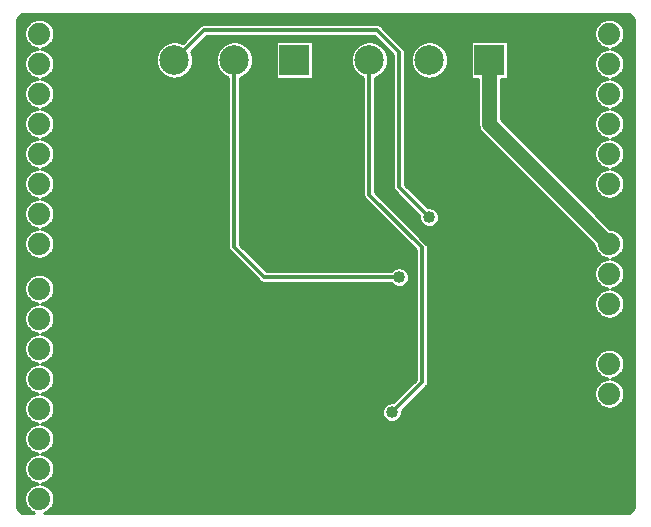
<source format=gbr>
%TF.GenerationSoftware,Novarm,DipTrace,3.0.0.2*%
%TF.CreationDate,2017-10-26T14:07:33+00:00*%
%FSLAX35Y35*%
%MOMM*%
%TF.FileFunction,Copper,L2,Bot*%
%TF.Part,Single*%
%TA.AperFunction,Conductor*%
%ADD13C,0.33*%
%ADD15C,1.25*%
%TA.AperFunction,CopperBalancing*%
%ADD16C,0.254*%
%TA.AperFunction,ComponentPad*%
%ADD21R,2.5X2.5*%
%ADD22C,2.5*%
%ADD34C,1.8796*%
%TA.AperFunction,ViaPad*%
%ADD35C,1.016*%
G75*
G01*
%LPD*%
X4275000Y3032000D2*
D13*
X3132000D1*
X2878000Y3286000D1*
Y4873500D1*
X2370000D2*
X2624000Y5127500D1*
X4084500D1*
X4275000Y4937000D1*
Y3794000D1*
X4529000Y3540000D1*
X4021000Y4873500D2*
Y3730500D1*
X4465500Y3286000D1*
Y2143000D1*
X4211500Y1889000D1*
X5037000Y4873500D2*
D15*
Y4333750D1*
X6053000Y3317750D1*
D35*
X4211500Y1889000D3*
X3259000Y3286000D3*
X4529000Y3540000D3*
X4846500Y3286000D3*
X3830500Y2778000D3*
X2243000Y4390800D3*
X4275000Y3032000D3*
X1053659Y5237233D2*
D16*
X6246352D1*
X1042150Y5212167D2*
X1171263D1*
X1282755D2*
X5997263D1*
X6108755D2*
X6257812D1*
X1040265Y5187100D2*
X1134800D1*
X1319218D2*
X5960800D1*
X6145218D2*
X6259747D1*
X1040265Y5162033D2*
X1114957D1*
X1339012D2*
X2584585D1*
X4123884D2*
X5940957D1*
X6165012D2*
X6259747D1*
X1040265Y5136967D2*
X1103298D1*
X1350720D2*
X2559532D1*
X4148987D2*
X5929298D1*
X6176720D2*
X6259747D1*
X1040265Y5111900D2*
X1097494D1*
X1356525D2*
X2534479D1*
X4174039D2*
X5923494D1*
X6182525D2*
X6259747D1*
X1040265Y5086833D2*
X1096800D1*
X1357219D2*
X2509377D1*
X4199092D2*
X5922800D1*
X6183219D2*
X6259747D1*
X1040265Y5061767D2*
X1101066D1*
X1352953D2*
X2484324D1*
X2632180D2*
X4076289D1*
X4224145D2*
X5927066D1*
X6178953D2*
X6259747D1*
X1040265Y5036700D2*
X1110889D1*
X1343080D2*
X2459272D1*
X2607127D2*
X4101342D1*
X4249247D2*
X5936889D1*
X6169080D2*
X6259747D1*
X1040265Y5011633D2*
X1128004D1*
X1326015D2*
X2288665D1*
X2582075D2*
X2796665D1*
X2959304D2*
X3224447D1*
X3547572D2*
X3939665D1*
X4102304D2*
X4126444D1*
X4274300D2*
X4447665D1*
X4610304D2*
X4875447D1*
X5198572D2*
X5954004D1*
X6152015D2*
X6259747D1*
X1040265Y4986567D2*
X1157670D1*
X1296348D2*
X2255625D1*
X2557022D2*
X2763625D1*
X2992344D2*
X3224447D1*
X3547572D2*
X3906625D1*
X4135344D2*
X4151497D1*
X4299353D2*
X4414625D1*
X4643344D2*
X4875447D1*
X5198572D2*
X5983670D1*
X6122348D2*
X6259747D1*
X1040265Y4961500D2*
X1179250D1*
X1274719D2*
X2235037D1*
X2531919D2*
X2743037D1*
X3012982D2*
X3224447D1*
X3547572D2*
X3886037D1*
X4155982D2*
X4176550D1*
X4321677D2*
X4394037D1*
X4663982D2*
X4875447D1*
X5198572D2*
X6005250D1*
X6100719D2*
X6259747D1*
X1040265Y4936433D2*
X1138323D1*
X1315646D2*
X2221444D1*
X2518575D2*
X2729444D1*
X3026575D2*
X3224447D1*
X3547572D2*
X3872444D1*
X4169575D2*
X4201652D1*
X4328027D2*
X4380444D1*
X4677575D2*
X4875447D1*
X5198572D2*
X5964323D1*
X6141646D2*
X6259747D1*
X1040265Y4911367D2*
X1117040D1*
X1336929D2*
X2213011D1*
X2526959D2*
X2721011D1*
X3034959D2*
X3224447D1*
X3547572D2*
X3864011D1*
X4177959D2*
X4221992D1*
X4328027D2*
X4372011D1*
X4685959D2*
X4875447D1*
X5198572D2*
X5943040D1*
X6162929D2*
X6259747D1*
X1040265Y4886300D2*
X1104489D1*
X1349530D2*
X2208943D1*
X2531027D2*
X2716943D1*
X3039027D2*
X3224447D1*
X3547572D2*
X3859943D1*
X4182027D2*
X4221992D1*
X4328027D2*
X4367943D1*
X4690027D2*
X4875447D1*
X5198572D2*
X5930489D1*
X6175530D2*
X6259747D1*
X1040265Y4861233D2*
X1097941D1*
X1356028D2*
X2208943D1*
X2531076D2*
X2716943D1*
X3039076D2*
X3224447D1*
X3547572D2*
X3859943D1*
X4182076D2*
X4221992D1*
X4328027D2*
X4367943D1*
X4690076D2*
X4875447D1*
X5198572D2*
X5923941D1*
X6182028D2*
X6259747D1*
X1040265Y4836167D2*
X1096601D1*
X1357418D2*
X2212911D1*
X2527107D2*
X2720911D1*
X3035107D2*
X3224447D1*
X3547572D2*
X3863911D1*
X4178107D2*
X4221992D1*
X4328027D2*
X4371911D1*
X4686107D2*
X4875447D1*
X5198572D2*
X5922601D1*
X6183418D2*
X6259747D1*
X1040265Y4811100D2*
X1100173D1*
X1353796D2*
X2221196D1*
X2518823D2*
X2729196D1*
X3026823D2*
X3224447D1*
X3547572D2*
X3872196D1*
X4169823D2*
X4221992D1*
X4328027D2*
X4380196D1*
X4677823D2*
X4875447D1*
X5198572D2*
X5926173D1*
X6179796D2*
X6259747D1*
X1040265Y4786033D2*
X1109252D1*
X1344767D2*
X2234640D1*
X2505329D2*
X2742640D1*
X3013329D2*
X3224447D1*
X3547572D2*
X3885640D1*
X4156329D2*
X4221992D1*
X4328027D2*
X4393640D1*
X4664329D2*
X4875447D1*
X5198572D2*
X5935252D1*
X6170767D2*
X6259747D1*
X1040265Y4760967D2*
X1125176D1*
X1328843D2*
X2255129D1*
X2484890D2*
X2763129D1*
X2992890D2*
X3224447D1*
X3547572D2*
X3906129D1*
X4135890D2*
X4221992D1*
X4328027D2*
X4414129D1*
X4643890D2*
X4875447D1*
X5198572D2*
X5951176D1*
X6154843D2*
X6259747D1*
X1040265Y4735900D2*
X1152511D1*
X1301508D2*
X2287772D1*
X2452247D2*
X2795772D1*
X2960247D2*
X3224447D1*
X3547572D2*
X3938772D1*
X4103247D2*
X4221992D1*
X4328027D2*
X4446772D1*
X4611247D2*
X4875447D1*
X5198572D2*
X5978511D1*
X6127508D2*
X6259747D1*
X1040265Y4710833D2*
X1189321D1*
X1264648D2*
X2824992D1*
X2931027D2*
X3967992D1*
X4074027D2*
X4221992D1*
X4328027D2*
X4937954D1*
X5136015D2*
X6015321D1*
X6090648D2*
X6259747D1*
X1040265Y4685767D2*
X1142143D1*
X1311876D2*
X2824992D1*
X2931027D2*
X3967992D1*
X4074027D2*
X4221992D1*
X4328027D2*
X4937954D1*
X5136015D2*
X5968143D1*
X6137876D2*
X6259747D1*
X1040265Y4660700D2*
X1119273D1*
X1334696D2*
X2824992D1*
X2931027D2*
X3967992D1*
X4074027D2*
X4221992D1*
X4328027D2*
X4937954D1*
X5136015D2*
X5945273D1*
X6160696D2*
X6259747D1*
X1040265Y4635633D2*
X1105779D1*
X1348240D2*
X2824992D1*
X2931027D2*
X3967992D1*
X4074027D2*
X4221992D1*
X4328027D2*
X4937954D1*
X5136015D2*
X5931779D1*
X6174240D2*
X6259747D1*
X1040265Y4610567D2*
X1098536D1*
X1355483D2*
X2824992D1*
X2931027D2*
X3967992D1*
X4074027D2*
X4221992D1*
X4328027D2*
X4937954D1*
X5136015D2*
X5924536D1*
X6181483D2*
X6259747D1*
X1040265Y4585500D2*
X1096502D1*
X1357517D2*
X2824992D1*
X2931027D2*
X3967992D1*
X4074027D2*
X4221992D1*
X4328027D2*
X4937954D1*
X5136015D2*
X5922502D1*
X6183517D2*
X6259747D1*
X1040265Y4560433D2*
X1099429D1*
X1354590D2*
X2824992D1*
X2931027D2*
X3967992D1*
X4074027D2*
X4221992D1*
X4328027D2*
X4937954D1*
X5136015D2*
X5925429D1*
X6180590D2*
X6259747D1*
X1040265Y4535367D2*
X1107664D1*
X1346305D2*
X2824992D1*
X2931027D2*
X3967992D1*
X4074027D2*
X4221992D1*
X4328027D2*
X4937954D1*
X5136015D2*
X5933664D1*
X6172305D2*
X6259747D1*
X1040265Y4510300D2*
X1122547D1*
X1331422D2*
X2824992D1*
X2931027D2*
X3967992D1*
X4074027D2*
X4221992D1*
X4328027D2*
X4937954D1*
X5136015D2*
X5948547D1*
X6157422D2*
X6259747D1*
X1040265Y4485233D2*
X1147848D1*
X1306171D2*
X2824992D1*
X2931027D2*
X3967992D1*
X4074027D2*
X4221992D1*
X4328027D2*
X4937954D1*
X5136015D2*
X5973848D1*
X6132171D2*
X6259747D1*
X1040265Y4460167D2*
X1204402D1*
X1249567D2*
X2824992D1*
X2931027D2*
X3967992D1*
X4074027D2*
X4221992D1*
X4328027D2*
X4937954D1*
X5136015D2*
X6030402D1*
X6075567D2*
X6259747D1*
X1040265Y4435100D2*
X1146310D1*
X1307709D2*
X2824992D1*
X2931027D2*
X3967992D1*
X4074027D2*
X4221992D1*
X4328027D2*
X4937954D1*
X5136015D2*
X5972310D1*
X6133709D2*
X6259747D1*
X1040265Y4410033D2*
X1121704D1*
X1332315D2*
X2824992D1*
X2931027D2*
X3967992D1*
X4074027D2*
X4221992D1*
X4328027D2*
X4937954D1*
X5136015D2*
X5947704D1*
X6158315D2*
X6259747D1*
X1040265Y4384967D2*
X1107168D1*
X1346851D2*
X2824992D1*
X2931027D2*
X3967992D1*
X4074027D2*
X4221992D1*
X4328027D2*
X4937954D1*
X5136015D2*
X5933168D1*
X6172851D2*
X6259747D1*
X1040265Y4359900D2*
X1099181D1*
X1354838D2*
X2824992D1*
X2931027D2*
X3967992D1*
X4074027D2*
X4221992D1*
X4328027D2*
X4937954D1*
X5149856D2*
X5925181D1*
X6180838D2*
X6259747D1*
X1040265Y4334833D2*
X1096452D1*
X1357517D2*
X2824992D1*
X2931027D2*
X3967992D1*
X4074027D2*
X4221992D1*
X4328027D2*
X4937954D1*
X5174909D2*
X5922452D1*
X6183517D2*
X6259747D1*
X1040265Y4309767D2*
X1098734D1*
X1355284D2*
X2824992D1*
X2931027D2*
X3967992D1*
X4074027D2*
X4221992D1*
X4328027D2*
X4941030D1*
X5199961D2*
X5924734D1*
X6181284D2*
X6259747D1*
X1040265Y4284700D2*
X1106225D1*
X1347744D2*
X2824992D1*
X2931027D2*
X3967992D1*
X4074027D2*
X4221992D1*
X4328027D2*
X4951398D1*
X5225014D2*
X5932225D1*
X6173744D2*
X6259747D1*
X1040265Y4259633D2*
X1120116D1*
X1333903D2*
X2824992D1*
X2931027D2*
X3967992D1*
X4074027D2*
X4221992D1*
X4328027D2*
X4972135D1*
X5250116D2*
X5946116D1*
X6159903D2*
X6259747D1*
X1040265Y4234567D2*
X1143532D1*
X1310437D2*
X2824992D1*
X2931027D2*
X3967992D1*
X4074027D2*
X4221992D1*
X4328027D2*
X4997188D1*
X5275169D2*
X5969532D1*
X6136437D2*
X6259747D1*
X1040265Y4209500D2*
X1193736D1*
X1260282D2*
X2824992D1*
X2931027D2*
X3967992D1*
X4074027D2*
X4221992D1*
X4328027D2*
X5022241D1*
X5300222D2*
X6019736D1*
X6086282D2*
X6259747D1*
X1040265Y4184433D2*
X1150824D1*
X1303194D2*
X2824992D1*
X2931027D2*
X3967992D1*
X4074027D2*
X4221992D1*
X4328027D2*
X5047343D1*
X5325324D2*
X5976824D1*
X6129194D2*
X6259747D1*
X1040265Y4159367D2*
X1124234D1*
X1329736D2*
X2824992D1*
X2931027D2*
X3967992D1*
X4074027D2*
X4221992D1*
X4328027D2*
X5072396D1*
X5350377D2*
X5950234D1*
X6155736D2*
X6259747D1*
X1040265Y4134300D2*
X1108656D1*
X1345313D2*
X2824992D1*
X2931027D2*
X3967992D1*
X4074027D2*
X4221992D1*
X4328027D2*
X5097448D1*
X5375430D2*
X5934656D1*
X6171313D2*
X6259747D1*
X1040265Y4109233D2*
X1099925D1*
X1354094D2*
X2824992D1*
X2931027D2*
X3967992D1*
X4074027D2*
X4221992D1*
X4328027D2*
X5122551D1*
X5400482D2*
X5925925D1*
X6180094D2*
X6259747D1*
X1040265Y4084167D2*
X1096552D1*
X1357467D2*
X2824992D1*
X2931027D2*
X3967992D1*
X4074027D2*
X4221992D1*
X4328027D2*
X5147604D1*
X5425585D2*
X5922552D1*
X6183467D2*
X6259747D1*
X1040265Y4059100D2*
X1098139D1*
X1355880D2*
X2824992D1*
X2931027D2*
X3967992D1*
X4074027D2*
X4221992D1*
X4328027D2*
X5172656D1*
X5450637D2*
X5924139D1*
X6181880D2*
X6259747D1*
X1040265Y4034033D2*
X1104886D1*
X1349083D2*
X2824992D1*
X2931027D2*
X3967992D1*
X4074027D2*
X4221992D1*
X4328027D2*
X5197709D1*
X5475690D2*
X5930886D1*
X6175083D2*
X6259747D1*
X1040265Y4008967D2*
X1117834D1*
X1336185D2*
X2824992D1*
X2931027D2*
X3967992D1*
X4074027D2*
X4221992D1*
X4328027D2*
X5222811D1*
X5500793D2*
X5943834D1*
X6162185D2*
X6259747D1*
X1040265Y3983900D2*
X1139613D1*
X1314357D2*
X2824992D1*
X2931027D2*
X3967992D1*
X4074027D2*
X4221992D1*
X4328027D2*
X5247864D1*
X5525845D2*
X5965613D1*
X6140357D2*
X6259747D1*
X1040265Y3958833D2*
X1182475D1*
X1271494D2*
X2824992D1*
X2931027D2*
X3967992D1*
X4074027D2*
X4221992D1*
X4328027D2*
X5272917D1*
X5550898D2*
X6008475D1*
X6097494D2*
X6259747D1*
X1040265Y3933767D2*
X1155785D1*
X1298184D2*
X2824992D1*
X2931027D2*
X3967992D1*
X4074027D2*
X4221992D1*
X4328027D2*
X5298019D1*
X5575951D2*
X5981785D1*
X6124184D2*
X6259747D1*
X1040265Y3908700D2*
X1126962D1*
X1327007D2*
X2824992D1*
X2931027D2*
X3967992D1*
X4074027D2*
X4221992D1*
X4328027D2*
X5323072D1*
X5601053D2*
X5952962D1*
X6153007D2*
X6259747D1*
X1040265Y3883633D2*
X1110293D1*
X1343676D2*
X2824992D1*
X2931027D2*
X3967992D1*
X4074027D2*
X4221992D1*
X4328027D2*
X5348125D1*
X5626106D2*
X5936293D1*
X6169676D2*
X6259747D1*
X1040265Y3858567D2*
X1100719D1*
X1353250D2*
X2824992D1*
X2931027D2*
X3967992D1*
X4074027D2*
X4221992D1*
X4328027D2*
X5373177D1*
X5651159D2*
X5926719D1*
X6179250D2*
X6259747D1*
X1040265Y3833500D2*
X1096700D1*
X1357318D2*
X2824992D1*
X2931027D2*
X3967992D1*
X4074027D2*
X4221992D1*
X4328027D2*
X5398280D1*
X5676261D2*
X5922700D1*
X6183318D2*
X6259747D1*
X1040265Y3808433D2*
X1097643D1*
X1356376D2*
X2824992D1*
X2931027D2*
X3967992D1*
X4074027D2*
X4221992D1*
X4334476D2*
X5423332D1*
X5701314D2*
X5923643D1*
X6182376D2*
X6259747D1*
X1040265Y3783367D2*
X1103695D1*
X1350323D2*
X2824992D1*
X2931027D2*
X3967992D1*
X4074027D2*
X4223133D1*
X4359578D2*
X5448385D1*
X5726366D2*
X5929695D1*
X6176323D2*
X6259747D1*
X1040265Y3758300D2*
X1115701D1*
X1338318D2*
X2824992D1*
X2931027D2*
X3967992D1*
X4074027D2*
X4236775D1*
X4384631D2*
X5473438D1*
X5751419D2*
X5941701D1*
X6164318D2*
X6259747D1*
X1040265Y3733233D2*
X1135991D1*
X1317978D2*
X2824992D1*
X2931027D2*
X3967992D1*
X4092184D2*
X4261828D1*
X4409684D2*
X5498540D1*
X5776521D2*
X5961991D1*
X6143978D2*
X6259747D1*
X1040265Y3708167D2*
X1173893D1*
X1280126D2*
X2824992D1*
X2931027D2*
X3973201D1*
X4117286D2*
X4286881D1*
X4434786D2*
X5523593D1*
X5801574D2*
X5999893D1*
X6106126D2*
X6259747D1*
X1040265Y3683100D2*
X1161341D1*
X1292677D2*
X2824992D1*
X2931027D2*
X3994483D1*
X4142339D2*
X4311983D1*
X4459839D2*
X5548646D1*
X5826627D2*
X6259747D1*
X1040265Y3658033D2*
X1129939D1*
X1324080D2*
X2824992D1*
X2931027D2*
X4019536D1*
X4167392D2*
X4337036D1*
X4484892D2*
X5573748D1*
X5851680D2*
X6259747D1*
X1040265Y3632967D2*
X1112030D1*
X1341939D2*
X2824992D1*
X2931027D2*
X4044589D1*
X4192444D2*
X4362089D1*
X4509944D2*
X5598801D1*
X5876782D2*
X6259747D1*
X1040265Y3607900D2*
X1101661D1*
X1352308D2*
X2824992D1*
X2931027D2*
X4069691D1*
X4217547D2*
X4387191D1*
X4582374D2*
X5623854D1*
X5901835D2*
X6259747D1*
X1040265Y3582833D2*
X1096948D1*
X1357070D2*
X2824992D1*
X2931027D2*
X4094744D1*
X4242600D2*
X4412244D1*
X4604748D2*
X5648906D1*
X5926887D2*
X6259747D1*
X1040265Y3557767D2*
X1097246D1*
X1356773D2*
X2824992D1*
X2931027D2*
X4119797D1*
X4267652D2*
X4437297D1*
X4614471D2*
X5674009D1*
X5951990D2*
X6259747D1*
X1040265Y3532700D2*
X1102554D1*
X1351415D2*
X2824992D1*
X2931027D2*
X4144849D1*
X4292755D2*
X4441960D1*
X4616059D2*
X5699061D1*
X5977043D2*
X6259747D1*
X1040265Y3507633D2*
X1113667D1*
X1340302D2*
X2824992D1*
X2931027D2*
X4169952D1*
X4317807D2*
X4448062D1*
X4609957D2*
X5724114D1*
X6002095D2*
X6259747D1*
X1040265Y3482567D2*
X1132667D1*
X1321352D2*
X2824992D1*
X2931027D2*
X4195004D1*
X4342860D2*
X4464036D1*
X4593933D2*
X5749216D1*
X6027148D2*
X6259747D1*
X1040265Y3457500D2*
X1166749D1*
X1287220D2*
X2824992D1*
X2931027D2*
X4220057D1*
X4367913D2*
X4506799D1*
X4551219D2*
X5774269D1*
X6052250D2*
X6259747D1*
X1040265Y3432433D2*
X1167642D1*
X1286377D2*
X2824992D1*
X2931027D2*
X4245110D1*
X4393015D2*
X5799322D1*
X6112377D2*
X6259747D1*
X1040265Y3407367D2*
X1133064D1*
X1320905D2*
X2824992D1*
X2931027D2*
X4270212D1*
X4418068D2*
X5824375D1*
X6146905D2*
X6259747D1*
X1040265Y3382300D2*
X1113915D1*
X1340054D2*
X2824992D1*
X2931027D2*
X4295265D1*
X4443121D2*
X5849477D1*
X6166054D2*
X6259747D1*
X1040265Y3357233D2*
X1102703D1*
X1351316D2*
X2824992D1*
X2931027D2*
X4320318D1*
X4468223D2*
X5874530D1*
X6177316D2*
X6259747D1*
X1040265Y3332167D2*
X1097296D1*
X1356723D2*
X2824992D1*
X2931027D2*
X4345420D1*
X4493276D2*
X5899582D1*
X6182723D2*
X6259747D1*
X1040265Y3307100D2*
X1096899D1*
X1357070D2*
X2824992D1*
X2931027D2*
X4370473D1*
X4513913D2*
X5922899D1*
X6183070D2*
X6259747D1*
X1040265Y3282033D2*
X1101562D1*
X1352457D2*
X2825141D1*
X2955881D2*
X4395525D1*
X4518527D2*
X5927562D1*
X6178457D2*
X6259747D1*
X1040265Y3256967D2*
X1111831D1*
X1342187D2*
X2834170D1*
X2980984D2*
X4412492D1*
X4518527D2*
X5937831D1*
X6168187D2*
X6259747D1*
X1040265Y3231900D2*
X1129542D1*
X1324477D2*
X2858181D1*
X3006036D2*
X4412492D1*
X4518527D2*
X5955542D1*
X6150477D2*
X6259747D1*
X1040265Y3206833D2*
X1160597D1*
X1293421D2*
X2883233D1*
X3031089D2*
X4412492D1*
X4518527D2*
X5986597D1*
X6119421D2*
X6259747D1*
X1040265Y3181767D2*
X2908286D1*
X3056191D2*
X4412492D1*
X4518527D2*
X6000934D1*
X6105084D2*
X6259747D1*
X1040265Y3156700D2*
X2933388D1*
X3081244D2*
X4412492D1*
X4518527D2*
X5962487D1*
X6143532D2*
X6259747D1*
X1040265Y3131633D2*
X2958441D1*
X3106297D2*
X4412492D1*
X4518527D2*
X5941949D1*
X6164070D2*
X6259747D1*
X1040265Y3106567D2*
X2983494D1*
X3131350D2*
X4232063D1*
X4317956D2*
X4412492D1*
X4518527D2*
X5929844D1*
X6176175D2*
X6259747D1*
X1040265Y3081500D2*
X3008547D1*
X4346432D2*
X4412492D1*
X4518527D2*
X5923693D1*
X6182277D2*
X6259747D1*
X1040265Y3056433D2*
X1179102D1*
X1274917D2*
X3033649D1*
X4358785D2*
X4412492D1*
X4518527D2*
X5922651D1*
X6183318D2*
X6259747D1*
X1040265Y3031367D2*
X1138273D1*
X1315746D2*
X3058702D1*
X4362357D2*
X4412492D1*
X4518527D2*
X5926620D1*
X6179350D2*
X6259747D1*
X1040265Y3006300D2*
X1116991D1*
X1336978D2*
X3083754D1*
X4358388D2*
X4412492D1*
X4518527D2*
X5936095D1*
X6169924D2*
X6259747D1*
X1040265Y2981233D2*
X1104439D1*
X1349579D2*
X4204529D1*
X4345489D2*
X4412492D1*
X4518527D2*
X5952615D1*
X6153404D2*
X6259747D1*
X1040265Y2956167D2*
X1097941D1*
X1356078D2*
X4234493D1*
X4315525D2*
X4412492D1*
X4518527D2*
X5981091D1*
X6124878D2*
X6259747D1*
X1040265Y2931100D2*
X1096601D1*
X1357418D2*
X4412492D1*
X4518527D2*
X6009765D1*
X6096254D2*
X6259747D1*
X1040265Y2906033D2*
X1100223D1*
X1353796D2*
X4412492D1*
X4518527D2*
X5966109D1*
X6139861D2*
X6259747D1*
X1040265Y2880967D2*
X1109252D1*
X1344718D2*
X4412492D1*
X4518527D2*
X5944082D1*
X6161887D2*
X6259747D1*
X1040265Y2855900D2*
X1125226D1*
X1328743D2*
X4412492D1*
X4518527D2*
X5931084D1*
X6174934D2*
X6259747D1*
X1040265Y2830833D2*
X1152610D1*
X1301409D2*
X4412492D1*
X4518527D2*
X5924189D1*
X6181780D2*
X6259747D1*
X1040265Y2805767D2*
X1189123D1*
X1264896D2*
X4412492D1*
X4518527D2*
X5922502D1*
X6183467D2*
X6259747D1*
X1040265Y2780700D2*
X1142043D1*
X1311926D2*
X4412492D1*
X4518527D2*
X5925826D1*
X6180193D2*
X6259747D1*
X1040265Y2755633D2*
X1119223D1*
X1334746D2*
X4412492D1*
X4518527D2*
X5934458D1*
X6171511D2*
X6259747D1*
X1040265Y2730567D2*
X1105729D1*
X1348289D2*
X4412492D1*
X4518527D2*
X5949886D1*
X6156083D2*
X6259747D1*
X1040265Y2705500D2*
X1098486D1*
X1355483D2*
X4412492D1*
X4518527D2*
X5976179D1*
X6129790D2*
X6259747D1*
X1040265Y2680433D2*
X1096502D1*
X1357517D2*
X4412492D1*
X4518527D2*
X6259747D1*
X1040265Y2655367D2*
X1099429D1*
X1354590D2*
X4412492D1*
X4518527D2*
X6259747D1*
X1040265Y2630300D2*
X1107714D1*
X1346305D2*
X4412492D1*
X4518527D2*
X6259747D1*
X1040265Y2605233D2*
X1122597D1*
X1331373D2*
X4412492D1*
X4518527D2*
X6259747D1*
X1040265Y2580167D2*
X1147897D1*
X1306072D2*
X4412492D1*
X4518527D2*
X6259747D1*
X1040265Y2555100D2*
X1204006D1*
X1250013D2*
X4412492D1*
X4518527D2*
X6259747D1*
X1040265Y2530033D2*
X1146211D1*
X1307808D2*
X4412492D1*
X4518527D2*
X6259747D1*
X1040265Y2504967D2*
X1121654D1*
X1332365D2*
X4412492D1*
X4518527D2*
X6259747D1*
X1040265Y2479900D2*
X1107118D1*
X1346851D2*
X4412492D1*
X4518527D2*
X6259747D1*
X1040265Y2454833D2*
X1099131D1*
X1354838D2*
X4412492D1*
X4518527D2*
X6259747D1*
X1040265Y2429767D2*
X1096452D1*
X1357517D2*
X4412492D1*
X4518527D2*
X6259747D1*
X1040265Y2404700D2*
X1098734D1*
X1355235D2*
X4412492D1*
X4518527D2*
X5974393D1*
X6131576D2*
X6259747D1*
X1040265Y2379633D2*
X1106275D1*
X1347744D2*
X4412492D1*
X4518527D2*
X5948894D1*
X6157125D2*
X6259747D1*
X1040265Y2354567D2*
X1120166D1*
X1333853D2*
X4412492D1*
X4518527D2*
X5933863D1*
X6172107D2*
X6259747D1*
X1040265Y2329500D2*
X1143631D1*
X1310338D2*
X4412492D1*
X4518527D2*
X5925528D1*
X6180491D2*
X6259747D1*
X1040265Y2304433D2*
X1193984D1*
X1259985D2*
X4412492D1*
X4518527D2*
X5922502D1*
X6183517D2*
X6259747D1*
X1040265Y2279367D2*
X1150725D1*
X1303294D2*
X4412492D1*
X4518527D2*
X5924437D1*
X6181582D2*
X6259747D1*
X1040265Y2254300D2*
X1124184D1*
X1329835D2*
X4412492D1*
X4518527D2*
X5931581D1*
X6174438D2*
X6259747D1*
X1040265Y2229233D2*
X1108656D1*
X1345362D2*
X4412492D1*
X4518527D2*
X5944975D1*
X6160994D2*
X6259747D1*
X1040265Y2204167D2*
X1099875D1*
X1354094D2*
X4412492D1*
X4518527D2*
X5967647D1*
X6138372D2*
X6259747D1*
X1040265Y2179100D2*
X1096552D1*
X1357467D2*
X4412492D1*
X4518527D2*
X6013833D1*
X6092136D2*
X6259747D1*
X1040265Y2154033D2*
X1098139D1*
X1355830D2*
X4402620D1*
X4518527D2*
X5979156D1*
X6126863D2*
X6259747D1*
X1040265Y2128967D2*
X1104936D1*
X1349083D2*
X4377517D1*
X4516543D2*
X5951523D1*
X6154446D2*
X6259747D1*
X1040265Y2103900D2*
X1117884D1*
X1336135D2*
X4352464D1*
X4500320D2*
X5935450D1*
X6170569D2*
X6259747D1*
X1040265Y2078833D2*
X1139712D1*
X1314307D2*
X4327412D1*
X4475268D2*
X5926272D1*
X6179697D2*
X6259747D1*
X1040265Y2053767D2*
X1182673D1*
X1271345D2*
X4302309D1*
X4450215D2*
X5922601D1*
X6183418D2*
X6259747D1*
X1040265Y2028700D2*
X1155686D1*
X1298333D2*
X4277257D1*
X4425112D2*
X5923891D1*
X6182128D2*
X6259747D1*
X1040265Y2003633D2*
X1126913D1*
X1327057D2*
X4252204D1*
X4400060D2*
X5930291D1*
X6175678D2*
X6259747D1*
X1040265Y1978567D2*
X1110244D1*
X1343725D2*
X4227151D1*
X4375007D2*
X5942792D1*
X6163227D2*
X6259747D1*
X1040265Y1953500D2*
X1100719D1*
X1353250D2*
X4153878D1*
X4349954D2*
X5963876D1*
X6142143D2*
X6259747D1*
X1040265Y1928433D2*
X1096700D1*
X1357318D2*
X4133886D1*
X4324852D2*
X6004109D1*
X6101860D2*
X6259747D1*
X1040265Y1903367D2*
X1097643D1*
X1356326D2*
X4125353D1*
X4299799D2*
X6259747D1*
X1040265Y1878300D2*
X1103695D1*
X1350274D2*
X4124807D1*
X4298162D2*
X6259747D1*
X1040265Y1853233D2*
X1115701D1*
X1338268D2*
X4132050D1*
X4290969D2*
X6259747D1*
X1040265Y1828167D2*
X1136090D1*
X1317928D2*
X4149860D1*
X4273159D2*
X6259747D1*
X1040265Y1803100D2*
X1174041D1*
X1279928D2*
X6259747D1*
X1040265Y1778033D2*
X1161242D1*
X1292777D2*
X6259747D1*
X1040265Y1752967D2*
X1129839D1*
X1324130D2*
X6259747D1*
X1040265Y1727900D2*
X1112030D1*
X1341989D2*
X6259747D1*
X1040265Y1702833D2*
X1101661D1*
X1352357D2*
X6259747D1*
X1040265Y1677767D2*
X1096948D1*
X1357070D2*
X6259747D1*
X1040265Y1652700D2*
X1097246D1*
X1356773D2*
X6259747D1*
X1040265Y1627633D2*
X1102604D1*
X1351415D2*
X6259747D1*
X1040265Y1602567D2*
X1113716D1*
X1340302D2*
X6259747D1*
X1040265Y1577500D2*
X1132717D1*
X1321302D2*
X6259747D1*
X1040265Y1552433D2*
X1166898D1*
X1287121D2*
X6259747D1*
X1040265Y1527367D2*
X1167493D1*
X1286526D2*
X6259747D1*
X1040265Y1502300D2*
X1133014D1*
X1321004D2*
X6259747D1*
X1040265Y1477233D2*
X1113915D1*
X1340104D2*
X6259747D1*
X1040265Y1452167D2*
X1102703D1*
X1351316D2*
X6259747D1*
X1040265Y1427100D2*
X1097296D1*
X1356723D2*
X6259747D1*
X1040265Y1402033D2*
X1096899D1*
X1357070D2*
X6259747D1*
X1040265Y1376967D2*
X1101562D1*
X1352457D2*
X6259747D1*
X1040265Y1351900D2*
X1111831D1*
X1342138D2*
X6259747D1*
X1040265Y1326833D2*
X1129591D1*
X1324427D2*
X6259747D1*
X1040265Y1301767D2*
X1160697D1*
X1293322D2*
X6259747D1*
X1040265Y1276700D2*
X1174736D1*
X1279233D2*
X6259747D1*
X1040265Y1251633D2*
X1136388D1*
X1317581D2*
X6259747D1*
X1040265Y1226567D2*
X1115899D1*
X1338070D2*
X6259747D1*
X1040265Y1201500D2*
X1103795D1*
X1350175D2*
X6259747D1*
X1040265Y1176433D2*
X1097693D1*
X1356326D2*
X6259747D1*
X1040265Y1151367D2*
X1096700D1*
X1357318D2*
X6259747D1*
X1040265Y1126300D2*
X1100669D1*
X1353350D2*
X6259747D1*
X1040414Y1101233D2*
X1110095D1*
X1343874D2*
X6259598D1*
X1045920Y1076167D2*
X1126664D1*
X1327354D2*
X6254091D1*
X1065318Y1051100D2*
X1155239D1*
X1298779D2*
X6234644D1*
X4890684Y5032516D2*
X5196016D1*
Y4714484D1*
X5133459D1*
X5133516Y4373686D1*
X6061820Y3445425D1*
X6073023Y3444170D1*
X6082880Y3442209D1*
X6092553Y3439481D1*
X6101982Y3436003D1*
X6111109Y3431795D1*
X6119878Y3426885D1*
X6128234Y3421301D1*
X6136127Y3415079D1*
X6143507Y3408257D1*
X6150329Y3400877D1*
X6156551Y3392984D1*
X6162135Y3384628D1*
X6167045Y3375859D1*
X6171253Y3366732D1*
X6174731Y3357303D1*
X6177459Y3347630D1*
X6179420Y3337773D1*
X6180601Y3327792D1*
X6180996Y3317750D1*
X6180601Y3307708D1*
X6179420Y3297727D1*
X6177459Y3287870D1*
X6174731Y3278197D1*
X6171253Y3268768D1*
X6167045Y3259641D1*
X6162135Y3250872D1*
X6156551Y3242516D1*
X6150329Y3234623D1*
X6143507Y3227243D1*
X6136127Y3220421D1*
X6128234Y3214199D1*
X6119878Y3208615D1*
X6111109Y3203705D1*
X6101982Y3199497D1*
X6092553Y3196019D1*
X6082880Y3193291D1*
X6068540Y3190799D1*
X6082880Y3188209D1*
X6092553Y3185481D1*
X6101982Y3182003D1*
X6111109Y3177795D1*
X6119878Y3172885D1*
X6128234Y3167301D1*
X6136127Y3161079D1*
X6143507Y3154257D1*
X6150329Y3146877D1*
X6156551Y3138984D1*
X6162135Y3130628D1*
X6167045Y3121859D1*
X6171253Y3112732D1*
X6174731Y3103303D1*
X6177459Y3093630D1*
X6179420Y3083773D1*
X6180601Y3073792D1*
X6180996Y3063750D1*
X6180601Y3053708D1*
X6179420Y3043727D1*
X6177459Y3033870D1*
X6174731Y3024197D1*
X6171253Y3014768D1*
X6167045Y3005641D1*
X6162135Y2996872D1*
X6156551Y2988516D1*
X6150329Y2980623D1*
X6143507Y2973243D1*
X6136127Y2966421D1*
X6128234Y2960199D1*
X6119878Y2954615D1*
X6111109Y2949705D1*
X6101982Y2945497D1*
X6092553Y2942019D1*
X6082880Y2939291D1*
X6068540Y2936799D1*
X6082880Y2934209D1*
X6092553Y2931481D1*
X6101982Y2928003D1*
X6111109Y2923795D1*
X6119878Y2918885D1*
X6128234Y2913301D1*
X6136127Y2907079D1*
X6143507Y2900257D1*
X6150329Y2892877D1*
X6156551Y2884984D1*
X6162135Y2876628D1*
X6167045Y2867859D1*
X6171253Y2858732D1*
X6174731Y2849303D1*
X6177459Y2839630D1*
X6179420Y2829773D1*
X6180601Y2819792D1*
X6180996Y2809750D1*
X6180601Y2799708D1*
X6179420Y2789727D1*
X6177459Y2779870D1*
X6174731Y2770197D1*
X6171253Y2760768D1*
X6167045Y2751641D1*
X6162135Y2742872D1*
X6156551Y2734516D1*
X6150329Y2726623D1*
X6143507Y2719243D1*
X6136127Y2712421D1*
X6128234Y2706199D1*
X6119878Y2700615D1*
X6111109Y2695705D1*
X6101982Y2691497D1*
X6092553Y2688019D1*
X6082880Y2685291D1*
X6073023Y2683330D1*
X6063042Y2682149D1*
X6053000Y2681754D1*
X6042958Y2682149D1*
X6032977Y2683330D1*
X6023120Y2685291D1*
X6013447Y2688019D1*
X6004018Y2691497D1*
X5994891Y2695705D1*
X5986122Y2700615D1*
X5977766Y2706199D1*
X5969873Y2712421D1*
X5962493Y2719243D1*
X5955671Y2726623D1*
X5949449Y2734516D1*
X5943865Y2742872D1*
X5938955Y2751641D1*
X5934747Y2760768D1*
X5931269Y2770197D1*
X5928541Y2779870D1*
X5926580Y2789727D1*
X5925399Y2799708D1*
X5925004Y2809750D1*
X5925399Y2819792D1*
X5926580Y2829773D1*
X5928541Y2839630D1*
X5931269Y2849303D1*
X5934747Y2858732D1*
X5938955Y2867859D1*
X5943865Y2876628D1*
X5949449Y2884984D1*
X5955671Y2892877D1*
X5962493Y2900257D1*
X5969873Y2907079D1*
X5977766Y2913301D1*
X5986122Y2918885D1*
X5994891Y2923795D1*
X6004018Y2928003D1*
X6013447Y2931481D1*
X6023120Y2934209D1*
X6037460Y2936701D1*
X6023120Y2939291D1*
X6013447Y2942019D1*
X6004018Y2945497D1*
X5994891Y2949705D1*
X5986122Y2954615D1*
X5977766Y2960199D1*
X5969873Y2966421D1*
X5962493Y2973243D1*
X5955671Y2980623D1*
X5949449Y2988516D1*
X5943865Y2996872D1*
X5938955Y3005641D1*
X5934747Y3014768D1*
X5931269Y3024197D1*
X5928541Y3033870D1*
X5926580Y3043727D1*
X5925399Y3053708D1*
X5925004Y3063750D1*
X5925399Y3073792D1*
X5926580Y3083773D1*
X5928541Y3093630D1*
X5931269Y3103303D1*
X5934747Y3112732D1*
X5938955Y3121859D1*
X5943865Y3130628D1*
X5949449Y3138984D1*
X5955671Y3146877D1*
X5962493Y3154257D1*
X5969873Y3161079D1*
X5977766Y3167301D1*
X5986122Y3172885D1*
X5994891Y3177795D1*
X6004018Y3182003D1*
X6013447Y3185481D1*
X6023120Y3188209D1*
X6037460Y3190701D1*
X6023120Y3193291D1*
X6013447Y3196019D1*
X6004018Y3199497D1*
X5994891Y3203705D1*
X5986122Y3208615D1*
X5977766Y3214199D1*
X5969873Y3220421D1*
X5962493Y3227243D1*
X5955671Y3234623D1*
X5949449Y3242516D1*
X5943865Y3250872D1*
X5938955Y3259641D1*
X5934747Y3268768D1*
X5931269Y3278197D1*
X5928541Y3287870D1*
X5926580Y3297727D1*
X5925351Y3308924D1*
X4968753Y4265503D1*
X4958917Y4277019D1*
X4951003Y4289933D1*
X4945208Y4303925D1*
X4941672Y4318652D1*
X4940484Y4333750D1*
X4940517Y4334608D1*
X4940484Y4714502D1*
X4877984Y4714484D1*
Y5032516D1*
X4890684D1*
X4687526Y4861024D2*
X4686058Y4848624D1*
X4683622Y4836378D1*
X4680233Y4824361D1*
X4675912Y4812647D1*
X4670684Y4801308D1*
X4664583Y4790414D1*
X4657647Y4780033D1*
X4649917Y4770227D1*
X4641441Y4761059D1*
X4632273Y4752583D1*
X4622467Y4744853D1*
X4612086Y4737917D1*
X4601192Y4731816D1*
X4589853Y4726588D1*
X4578139Y4722267D1*
X4566122Y4718878D1*
X4553876Y4716442D1*
X4541476Y4714974D1*
X4529000Y4714484D1*
X4516524Y4714974D1*
X4504124Y4716442D1*
X4491878Y4718878D1*
X4479861Y4722267D1*
X4468147Y4726588D1*
X4456808Y4731816D1*
X4445914Y4737917D1*
X4435533Y4744853D1*
X4425727Y4752583D1*
X4416559Y4761059D1*
X4408083Y4770227D1*
X4400353Y4780033D1*
X4393417Y4790414D1*
X4387316Y4801308D1*
X4382088Y4812647D1*
X4377767Y4824361D1*
X4374378Y4836378D1*
X4371942Y4848624D1*
X4370474Y4861024D1*
X4369984Y4873500D1*
X4370474Y4885976D1*
X4371942Y4898376D1*
X4374378Y4910622D1*
X4377767Y4922639D1*
X4382088Y4934353D1*
X4387316Y4945692D1*
X4393417Y4956586D1*
X4400353Y4966967D1*
X4408083Y4976773D1*
X4416559Y4985941D1*
X4425727Y4994417D1*
X4435533Y5002147D1*
X4445914Y5009083D1*
X4456808Y5015184D1*
X4468147Y5020412D1*
X4479861Y5024733D1*
X4491878Y5028122D1*
X4504124Y5030558D1*
X4516524Y5032026D1*
X4529000Y5032516D1*
X4541476Y5032026D1*
X4553876Y5030558D1*
X4566122Y5028122D1*
X4578139Y5024733D1*
X4589853Y5020412D1*
X4601192Y5015184D1*
X4612086Y5009083D1*
X4622467Y5002147D1*
X4632273Y4994417D1*
X4641441Y4985941D1*
X4649917Y4976773D1*
X4657647Y4966967D1*
X4664583Y4956586D1*
X4670684Y4945692D1*
X4675912Y4934353D1*
X4680233Y4922639D1*
X4683622Y4910622D1*
X4686058Y4898376D1*
X4687526Y4885976D1*
X4688016Y4873500D1*
X4687526Y4861024D1*
X4179526D2*
X4178058Y4848624D1*
X4175622Y4836378D1*
X4172233Y4824361D1*
X4167912Y4812647D1*
X4162684Y4801308D1*
X4156583Y4790414D1*
X4149647Y4780033D1*
X4141917Y4770227D1*
X4133441Y4761059D1*
X4124273Y4752583D1*
X4114467Y4744853D1*
X4104086Y4737917D1*
X4093192Y4731816D1*
X4081853Y4726588D1*
X4071466Y4722756D1*
X4071516Y3751386D1*
X4503913Y3318808D1*
X4508572Y3312395D1*
X4512171Y3305332D1*
X4514620Y3297793D1*
X4515861Y3289963D1*
X4516016Y3260600D1*
X4515861Y2139037D1*
X4514620Y2131207D1*
X4512171Y2123668D1*
X4508572Y2116605D1*
X4503913Y2110192D1*
X4483260Y2089319D1*
X4295411Y1901470D1*
X4296316Y1889000D1*
X4295272Y1875732D1*
X4292165Y1862790D1*
X4287072Y1850494D1*
X4280118Y1839146D1*
X4271474Y1829026D1*
X4261354Y1820382D1*
X4250006Y1813428D1*
X4237710Y1808335D1*
X4224768Y1805228D1*
X4211500Y1804184D1*
X4198232Y1805228D1*
X4185290Y1808335D1*
X4172994Y1813428D1*
X4161646Y1820382D1*
X4151526Y1829026D1*
X4142882Y1839146D1*
X4135928Y1850494D1*
X4130835Y1862790D1*
X4127728Y1875732D1*
X4126684Y1889000D1*
X4127728Y1902268D1*
X4130835Y1915210D1*
X4135928Y1927506D1*
X4142882Y1938854D1*
X4151526Y1948974D1*
X4161646Y1957618D1*
X4172994Y1964572D1*
X4185290Y1969665D1*
X4198232Y1972772D1*
X4211500Y1973816D1*
X4223967Y1972867D1*
X4414984Y2163925D1*
Y3265114D1*
X3982587Y3697692D1*
X3977928Y3704105D1*
X3974329Y3711168D1*
X3971880Y3718707D1*
X3970639Y3726537D1*
X3970484Y3755900D1*
Y4722737D1*
X3960147Y4726588D1*
X3948808Y4731816D1*
X3937914Y4737917D1*
X3927533Y4744853D1*
X3917727Y4752583D1*
X3908559Y4761059D1*
X3900083Y4770227D1*
X3892353Y4780033D1*
X3885417Y4790414D1*
X3879316Y4801308D1*
X3874088Y4812647D1*
X3869767Y4824361D1*
X3866378Y4836378D1*
X3863942Y4848624D1*
X3862474Y4861024D1*
X3861984Y4873500D1*
X3862474Y4885976D1*
X3863942Y4898376D1*
X3866378Y4910622D1*
X3869767Y4922639D1*
X3874088Y4934353D1*
X3879316Y4945692D1*
X3885417Y4956586D1*
X3892353Y4966967D1*
X3900083Y4976773D1*
X3908559Y4985941D1*
X3917727Y4994417D1*
X3927533Y5002147D1*
X3937914Y5009083D1*
X3948808Y5015184D1*
X3960147Y5020412D1*
X3971861Y5024733D1*
X3983878Y5028122D1*
X3996124Y5030558D1*
X4008524Y5032026D1*
X4021000Y5032516D1*
X4033476Y5032026D1*
X4045876Y5030558D1*
X4058122Y5028122D1*
X4070139Y5024733D1*
X4081853Y5020412D1*
X4093192Y5015184D1*
X4104086Y5009083D1*
X4114467Y5002147D1*
X4124273Y4994417D1*
X4133441Y4985941D1*
X4141917Y4976773D1*
X4149647Y4966967D1*
X4156583Y4956586D1*
X4162684Y4945692D1*
X4167912Y4934353D1*
X4172233Y4922639D1*
X4175622Y4910622D1*
X4178058Y4898376D1*
X4179526Y4885976D1*
X4180016Y4873500D1*
X4179526Y4861024D1*
X3239684Y5032516D2*
X3545016D1*
Y4714484D1*
X3226984D1*
Y5032516D1*
X3239684D1*
X3036526Y4861024D2*
X3035058Y4848624D1*
X3032622Y4836378D1*
X3029233Y4824361D1*
X3024912Y4812647D1*
X3019684Y4801308D1*
X3013583Y4790414D1*
X3006647Y4780033D1*
X2998917Y4770227D1*
X2990441Y4761059D1*
X2981273Y4752583D1*
X2971467Y4744853D1*
X2961086Y4737917D1*
X2950192Y4731816D1*
X2938853Y4726588D1*
X2928466Y4722756D1*
X2928516Y3306886D1*
X3152925Y3082516D1*
X4206886D1*
X4215026Y3091974D1*
X4225146Y3100618D1*
X4236494Y3107572D1*
X4248790Y3112665D1*
X4261732Y3115772D1*
X4275000Y3116816D1*
X4288268Y3115772D1*
X4301210Y3112665D1*
X4313506Y3107572D1*
X4324854Y3100618D1*
X4334974Y3091974D1*
X4343618Y3081854D1*
X4350572Y3070506D1*
X4355665Y3058210D1*
X4358772Y3045268D1*
X4359816Y3032000D1*
X4358772Y3018732D1*
X4355665Y3005790D1*
X4350572Y2993494D1*
X4343618Y2982146D1*
X4334974Y2972026D1*
X4324854Y2963382D1*
X4313506Y2956428D1*
X4301210Y2951335D1*
X4288268Y2948228D1*
X4275000Y2947184D1*
X4261732Y2948228D1*
X4248790Y2951335D1*
X4236494Y2956428D1*
X4225146Y2963382D1*
X4215026Y2972026D1*
X4206882Y2981513D1*
X3128037Y2981640D1*
X3120207Y2982880D1*
X3112668Y2985329D1*
X3105605Y2988928D1*
X3099192Y2993587D1*
X3078319Y3014240D1*
X2839587Y3253192D1*
X2834928Y3259605D1*
X2831329Y3266668D1*
X2828880Y3274207D1*
X2827640Y3282037D1*
X2827484Y3311400D1*
Y4722737D1*
X2817147Y4726588D1*
X2805808Y4731816D1*
X2794914Y4737917D1*
X2784533Y4744853D1*
X2774727Y4752583D1*
X2765559Y4761059D1*
X2757083Y4770227D1*
X2749353Y4780033D1*
X2742417Y4790414D1*
X2736316Y4801308D1*
X2731088Y4812647D1*
X2726767Y4824361D1*
X2723378Y4836378D1*
X2720942Y4848624D1*
X2719474Y4861024D1*
X2718984Y4873500D1*
X2719474Y4885976D1*
X2720942Y4898376D1*
X2723378Y4910622D1*
X2726767Y4922639D1*
X2731088Y4934353D1*
X2736316Y4945692D1*
X2742417Y4956586D1*
X2749353Y4966967D1*
X2757083Y4976773D1*
X2765559Y4985941D1*
X2774727Y4994417D1*
X2784533Y5002147D1*
X2794914Y5009083D1*
X2805808Y5015184D1*
X2817147Y5020412D1*
X2828861Y5024733D1*
X2840878Y5028122D1*
X2853124Y5030558D1*
X2865524Y5032026D1*
X2878000Y5032516D1*
X2890476Y5032026D1*
X2902876Y5030558D1*
X2915122Y5028122D1*
X2927139Y5024733D1*
X2938853Y5020412D1*
X2950192Y5015184D1*
X2961086Y5009083D1*
X2971467Y5002147D1*
X2981273Y4994417D1*
X2990441Y4985941D1*
X2998917Y4976773D1*
X3006647Y4966967D1*
X3013583Y4956586D1*
X3019684Y4945692D1*
X3024912Y4934353D1*
X3029233Y4922639D1*
X3032622Y4910622D1*
X3035058Y4898376D1*
X3036526Y4885976D1*
X3037016Y4873500D1*
X3036526Y4861024D1*
X2528526D2*
X2527058Y4848624D1*
X2524622Y4836378D1*
X2521233Y4824361D1*
X2516912Y4812647D1*
X2511684Y4801308D1*
X2505583Y4790414D1*
X2498647Y4780033D1*
X2490917Y4770227D1*
X2482441Y4761059D1*
X2473273Y4752583D1*
X2463467Y4744853D1*
X2453086Y4737917D1*
X2442192Y4731816D1*
X2430853Y4726588D1*
X2419139Y4722267D1*
X2407122Y4718878D1*
X2394876Y4716442D1*
X2382476Y4714974D1*
X2370000Y4714484D1*
X2357524Y4714974D1*
X2345124Y4716442D1*
X2332878Y4718878D1*
X2320861Y4722267D1*
X2309147Y4726588D1*
X2297808Y4731816D1*
X2286914Y4737917D1*
X2276533Y4744853D1*
X2266727Y4752583D1*
X2257559Y4761059D1*
X2249083Y4770227D1*
X2241353Y4780033D1*
X2234417Y4790414D1*
X2228316Y4801308D1*
X2223088Y4812647D1*
X2218767Y4824361D1*
X2215378Y4836378D1*
X2212942Y4848624D1*
X2211474Y4861024D1*
X2210984Y4873500D1*
X2211474Y4885976D1*
X2212942Y4898376D1*
X2215378Y4910622D1*
X2218767Y4922639D1*
X2223088Y4934353D1*
X2228316Y4945692D1*
X2234417Y4956586D1*
X2241353Y4966967D1*
X2249083Y4976773D1*
X2257559Y4985941D1*
X2266727Y4994417D1*
X2276533Y5002147D1*
X2286914Y5009083D1*
X2297808Y5015184D1*
X2309147Y5020412D1*
X2320861Y5024733D1*
X2332878Y5028122D1*
X2345124Y5030558D1*
X2357524Y5032026D1*
X2370000Y5032516D1*
X2382476Y5032026D1*
X2394876Y5030558D1*
X2407122Y5028122D1*
X2419139Y5024733D1*
X2430853Y5020412D1*
X2440907Y5015776D1*
X2591192Y5165913D1*
X2597605Y5170572D1*
X2604668Y5174171D1*
X2612207Y5176620D1*
X2620037Y5177860D1*
X2649400Y5178016D1*
X4088463Y5177860D1*
X4096293Y5176620D1*
X4103832Y5174171D1*
X4110895Y5170572D1*
X4117308Y5165913D1*
X4138181Y5145260D1*
X4313413Y4969808D1*
X4318072Y4963395D1*
X4321671Y4956332D1*
X4324120Y4948793D1*
X4325360Y4940963D1*
X4325516Y4911600D1*
Y3814886D1*
X4516530Y3623911D1*
X4529000Y3624816D1*
X4542268Y3623772D1*
X4555210Y3620665D1*
X4567506Y3615572D1*
X4578854Y3608618D1*
X4588974Y3599974D1*
X4597618Y3589854D1*
X4604572Y3578506D1*
X4609665Y3566210D1*
X4612772Y3553268D1*
X4613816Y3540000D1*
X4612772Y3526732D1*
X4609665Y3513790D1*
X4604572Y3501494D1*
X4597618Y3490146D1*
X4588974Y3480026D1*
X4578854Y3471382D1*
X4567506Y3464428D1*
X4555210Y3459335D1*
X4542268Y3456228D1*
X4529000Y3455184D1*
X4515732Y3456228D1*
X4502790Y3459335D1*
X4490494Y3464428D1*
X4479146Y3471382D1*
X4469026Y3480026D1*
X4460382Y3490146D1*
X4453428Y3501494D1*
X4448335Y3513790D1*
X4445228Y3526732D1*
X4444184Y3540000D1*
X4445133Y3552467D1*
X4236587Y3761192D1*
X4231928Y3767605D1*
X4228329Y3774668D1*
X4225880Y3782207D1*
X4224640Y3790037D1*
X4224484Y3819400D1*
Y4916114D1*
X4063568Y5076991D1*
X2644886Y5076984D1*
X2512353Y4944412D1*
X2516912Y4934353D1*
X2521233Y4922639D1*
X2524622Y4910622D1*
X2527058Y4898376D1*
X2528526Y4885976D1*
X2529016Y4873500D1*
X2528526Y4861024D1*
X6180601Y2037708D2*
X6179420Y2027727D1*
X6177459Y2017870D1*
X6174731Y2008197D1*
X6171253Y1998768D1*
X6167045Y1989641D1*
X6162135Y1980872D1*
X6156551Y1972516D1*
X6150329Y1964623D1*
X6143507Y1957243D1*
X6136127Y1950421D1*
X6128234Y1944199D1*
X6119878Y1938615D1*
X6111109Y1933705D1*
X6101982Y1929497D1*
X6092553Y1926019D1*
X6082880Y1923291D1*
X6073023Y1921330D1*
X6063042Y1920149D1*
X6053000Y1919754D1*
X6042958Y1920149D1*
X6032977Y1921330D1*
X6023120Y1923291D1*
X6013447Y1926019D1*
X6004018Y1929497D1*
X5994891Y1933705D1*
X5986122Y1938615D1*
X5977766Y1944199D1*
X5969873Y1950421D1*
X5962493Y1957243D1*
X5955671Y1964623D1*
X5949449Y1972516D1*
X5943865Y1980872D1*
X5938955Y1989641D1*
X5934747Y1998768D1*
X5931269Y2008197D1*
X5928541Y2017870D1*
X5926580Y2027727D1*
X5925399Y2037708D1*
X5925004Y2047750D1*
X5925399Y2057792D1*
X5926580Y2067773D1*
X5928541Y2077630D1*
X5931269Y2087303D1*
X5934747Y2096732D1*
X5938955Y2105859D1*
X5943865Y2114628D1*
X5949449Y2122984D1*
X5955671Y2130877D1*
X5962493Y2138257D1*
X5969873Y2145079D1*
X5977766Y2151301D1*
X5986122Y2156885D1*
X5994891Y2161795D1*
X6004018Y2166003D1*
X6013447Y2169481D1*
X6023120Y2172209D1*
X6037460Y2174701D1*
X6023120Y2177291D1*
X6013447Y2180019D1*
X6004018Y2183497D1*
X5994891Y2187705D1*
X5986122Y2192615D1*
X5977766Y2198199D1*
X5969873Y2204421D1*
X5962493Y2211243D1*
X5955671Y2218623D1*
X5949449Y2226516D1*
X5943865Y2234872D1*
X5938955Y2243641D1*
X5934747Y2252768D1*
X5931269Y2262197D1*
X5928541Y2271870D1*
X5926580Y2281727D1*
X5925399Y2291708D1*
X5925004Y2301750D1*
X5925399Y2311792D1*
X5926580Y2321773D1*
X5928541Y2331630D1*
X5931269Y2341303D1*
X5934747Y2350732D1*
X5938955Y2359859D1*
X5943865Y2368628D1*
X5949449Y2376984D1*
X5955671Y2384877D1*
X5962493Y2392257D1*
X5969873Y2399079D1*
X5977766Y2405301D1*
X5986122Y2410885D1*
X5994891Y2415795D1*
X6004018Y2420003D1*
X6013447Y2423481D1*
X6023120Y2426209D1*
X6032977Y2428170D1*
X6042958Y2429351D1*
X6053000Y2429746D1*
X6063042Y2429351D1*
X6073023Y2428170D1*
X6082880Y2426209D1*
X6092553Y2423481D1*
X6101982Y2420003D1*
X6111109Y2415795D1*
X6119878Y2410885D1*
X6128234Y2405301D1*
X6136127Y2399079D1*
X6143507Y2392257D1*
X6150329Y2384877D1*
X6156551Y2376984D1*
X6162135Y2368628D1*
X6167045Y2359859D1*
X6171253Y2350732D1*
X6174731Y2341303D1*
X6177459Y2331630D1*
X6179420Y2321773D1*
X6180601Y2311792D1*
X6180996Y2301750D1*
X6180601Y2291708D1*
X6179420Y2281727D1*
X6177459Y2271870D1*
X6174731Y2262197D1*
X6171253Y2252768D1*
X6167045Y2243641D1*
X6162135Y2234872D1*
X6156551Y2226516D1*
X6150329Y2218623D1*
X6143507Y2211243D1*
X6136127Y2204421D1*
X6128234Y2198199D1*
X6119878Y2192615D1*
X6111109Y2187705D1*
X6101982Y2183497D1*
X6092553Y2180019D1*
X6082880Y2177291D1*
X6068540Y2174799D1*
X6082880Y2172209D1*
X6092553Y2169481D1*
X6101982Y2166003D1*
X6111109Y2161795D1*
X6119878Y2156885D1*
X6128234Y2151301D1*
X6136127Y2145079D1*
X6143507Y2138257D1*
X6150329Y2130877D1*
X6156551Y2122984D1*
X6162135Y2114628D1*
X6167045Y2105859D1*
X6171253Y2096732D1*
X6174731Y2087303D1*
X6177459Y2077630D1*
X6179420Y2067773D1*
X6180601Y2057792D1*
X6180996Y2047750D1*
X6180601Y2037708D1*
Y3815708D2*
X6179420Y3805727D1*
X6177459Y3795870D1*
X6174731Y3786197D1*
X6171253Y3776768D1*
X6167045Y3767641D1*
X6162135Y3758872D1*
X6156551Y3750516D1*
X6150329Y3742623D1*
X6143507Y3735243D1*
X6136127Y3728421D1*
X6128234Y3722199D1*
X6119878Y3716615D1*
X6111109Y3711705D1*
X6101982Y3707497D1*
X6092553Y3704019D1*
X6082880Y3701291D1*
X6073023Y3699330D1*
X6063042Y3698149D1*
X6053000Y3697754D1*
X6042958Y3698149D1*
X6032977Y3699330D1*
X6023120Y3701291D1*
X6013447Y3704019D1*
X6004018Y3707497D1*
X5994891Y3711705D1*
X5986122Y3716615D1*
X5977766Y3722199D1*
X5969873Y3728421D1*
X5962493Y3735243D1*
X5955671Y3742623D1*
X5949449Y3750516D1*
X5943865Y3758872D1*
X5938955Y3767641D1*
X5934747Y3776768D1*
X5931269Y3786197D1*
X5928541Y3795870D1*
X5926580Y3805727D1*
X5925399Y3815708D1*
X5925004Y3825750D1*
X5925399Y3835792D1*
X5926580Y3845773D1*
X5928541Y3855630D1*
X5931269Y3865303D1*
X5934747Y3874732D1*
X5938955Y3883859D1*
X5943865Y3892628D1*
X5949449Y3900984D1*
X5955671Y3908877D1*
X5962493Y3916257D1*
X5969873Y3923079D1*
X5977766Y3929301D1*
X5986122Y3934885D1*
X5994891Y3939795D1*
X6004018Y3944003D1*
X6013447Y3947481D1*
X6023120Y3950209D1*
X6037460Y3952701D1*
X6023120Y3955291D1*
X6013447Y3958019D1*
X6004018Y3961497D1*
X5994891Y3965705D1*
X5986122Y3970615D1*
X5977766Y3976199D1*
X5969873Y3982421D1*
X5962493Y3989243D1*
X5955671Y3996623D1*
X5949449Y4004516D1*
X5943865Y4012872D1*
X5938955Y4021641D1*
X5934747Y4030768D1*
X5931269Y4040197D1*
X5928541Y4049870D1*
X5926580Y4059727D1*
X5925399Y4069708D1*
X5925004Y4079750D1*
X5925399Y4089792D1*
X5926580Y4099773D1*
X5928541Y4109630D1*
X5931269Y4119303D1*
X5934747Y4128732D1*
X5938955Y4137859D1*
X5943865Y4146628D1*
X5949449Y4154984D1*
X5955671Y4162877D1*
X5962493Y4170257D1*
X5969873Y4177079D1*
X5977766Y4183301D1*
X5986122Y4188885D1*
X5994891Y4193795D1*
X6004018Y4198003D1*
X6013447Y4201481D1*
X6023120Y4204209D1*
X6037460Y4206701D1*
X6023120Y4209291D1*
X6013447Y4212019D1*
X6004018Y4215497D1*
X5994891Y4219705D1*
X5986122Y4224615D1*
X5977766Y4230199D1*
X5969873Y4236421D1*
X5962493Y4243243D1*
X5955671Y4250623D1*
X5949449Y4258516D1*
X5943865Y4266872D1*
X5938955Y4275641D1*
X5934747Y4284768D1*
X5931269Y4294197D1*
X5928541Y4303870D1*
X5926580Y4313727D1*
X5925399Y4323708D1*
X5925004Y4333750D1*
X5925399Y4343792D1*
X5926580Y4353773D1*
X5928541Y4363630D1*
X5931269Y4373303D1*
X5934747Y4382732D1*
X5938955Y4391859D1*
X5943865Y4400628D1*
X5949449Y4408984D1*
X5955671Y4416877D1*
X5962493Y4424257D1*
X5969873Y4431079D1*
X5977766Y4437301D1*
X5986122Y4442885D1*
X5994891Y4447795D1*
X6004018Y4452003D1*
X6013447Y4455481D1*
X6023120Y4458209D1*
X6037460Y4460701D1*
X6023120Y4463291D1*
X6013447Y4466019D1*
X6004018Y4469497D1*
X5994891Y4473705D1*
X5986122Y4478615D1*
X5977766Y4484199D1*
X5969873Y4490421D1*
X5962493Y4497243D1*
X5955671Y4504623D1*
X5949449Y4512516D1*
X5943865Y4520872D1*
X5938955Y4529641D1*
X5934747Y4538768D1*
X5931269Y4548197D1*
X5928541Y4557870D1*
X5926580Y4567727D1*
X5925399Y4577708D1*
X5925004Y4587750D1*
X5925399Y4597792D1*
X5926580Y4607773D1*
X5928541Y4617630D1*
X5931269Y4627303D1*
X5934747Y4636732D1*
X5938955Y4645859D1*
X5943865Y4654628D1*
X5949449Y4662984D1*
X5955671Y4670877D1*
X5962493Y4678257D1*
X5969873Y4685079D1*
X5977766Y4691301D1*
X5986122Y4696885D1*
X5994891Y4701795D1*
X6004018Y4706003D1*
X6013447Y4709481D1*
X6023120Y4712209D1*
X6037460Y4714701D1*
X6023120Y4717291D1*
X6013447Y4720019D1*
X6004018Y4723497D1*
X5994891Y4727705D1*
X5986122Y4732615D1*
X5977766Y4738199D1*
X5969873Y4744421D1*
X5962493Y4751243D1*
X5955671Y4758623D1*
X5949449Y4766516D1*
X5943865Y4774872D1*
X5938955Y4783641D1*
X5934747Y4792768D1*
X5931269Y4802197D1*
X5928541Y4811870D1*
X5926580Y4821727D1*
X5925399Y4831708D1*
X5925004Y4841750D1*
X5925399Y4851792D1*
X5926580Y4861773D1*
X5928541Y4871630D1*
X5931269Y4881303D1*
X5934747Y4890732D1*
X5938955Y4899859D1*
X5943865Y4908628D1*
X5949449Y4916984D1*
X5955671Y4924877D1*
X5962493Y4932257D1*
X5969873Y4939079D1*
X5977766Y4945301D1*
X5986122Y4950885D1*
X5994891Y4955795D1*
X6004018Y4960003D1*
X6013447Y4963481D1*
X6023120Y4966209D1*
X6037460Y4968701D1*
X6023120Y4971291D1*
X6013447Y4974019D1*
X6004018Y4977497D1*
X5994891Y4981705D1*
X5986122Y4986615D1*
X5977766Y4992199D1*
X5969873Y4998421D1*
X5962493Y5005243D1*
X5955671Y5012623D1*
X5949449Y5020516D1*
X5943865Y5028872D1*
X5938955Y5037641D1*
X5934747Y5046768D1*
X5931269Y5056197D1*
X5928541Y5065870D1*
X5926580Y5075727D1*
X5925399Y5085708D1*
X5925004Y5095750D1*
X5925399Y5105792D1*
X5926580Y5115773D1*
X5928541Y5125630D1*
X5931269Y5135303D1*
X5934747Y5144732D1*
X5938955Y5153859D1*
X5943865Y5162628D1*
X5949449Y5170984D1*
X5955671Y5178877D1*
X5962493Y5186257D1*
X5969873Y5193079D1*
X5977766Y5199301D1*
X5986122Y5204885D1*
X5994891Y5209795D1*
X6004018Y5214003D1*
X6013447Y5217481D1*
X6023120Y5220209D1*
X6032977Y5222170D1*
X6042958Y5223351D1*
X6053000Y5223746D1*
X6063042Y5223351D1*
X6073023Y5222170D1*
X6082880Y5220209D1*
X6092553Y5217481D1*
X6101982Y5214003D1*
X6111109Y5209795D1*
X6119878Y5204885D1*
X6128234Y5199301D1*
X6136127Y5193079D1*
X6143507Y5186257D1*
X6150329Y5178877D1*
X6156551Y5170984D1*
X6162135Y5162628D1*
X6167045Y5153859D1*
X6171253Y5144732D1*
X6174731Y5135303D1*
X6177459Y5125630D1*
X6179420Y5115773D1*
X6180601Y5105792D1*
X6180996Y5095750D1*
X6180601Y5085708D1*
X6179420Y5075727D1*
X6177459Y5065870D1*
X6174731Y5056197D1*
X6171253Y5046768D1*
X6167045Y5037641D1*
X6162135Y5028872D1*
X6156551Y5020516D1*
X6150329Y5012623D1*
X6143507Y5005243D1*
X6136127Y4998421D1*
X6128234Y4992199D1*
X6119878Y4986615D1*
X6111109Y4981705D1*
X6101982Y4977497D1*
X6092553Y4974019D1*
X6082880Y4971291D1*
X6068540Y4968799D1*
X6082880Y4966209D1*
X6092553Y4963481D1*
X6101982Y4960003D1*
X6111109Y4955795D1*
X6119878Y4950885D1*
X6128234Y4945301D1*
X6136127Y4939079D1*
X6143507Y4932257D1*
X6150329Y4924877D1*
X6156551Y4916984D1*
X6162135Y4908628D1*
X6167045Y4899859D1*
X6171253Y4890732D1*
X6174731Y4881303D1*
X6177459Y4871630D1*
X6179420Y4861773D1*
X6180601Y4851792D1*
X6180996Y4841750D1*
X6180601Y4831708D1*
X6179420Y4821727D1*
X6177459Y4811870D1*
X6174731Y4802197D1*
X6171253Y4792768D1*
X6167045Y4783641D1*
X6162135Y4774872D1*
X6156551Y4766516D1*
X6150329Y4758623D1*
X6143507Y4751243D1*
X6136127Y4744421D1*
X6128234Y4738199D1*
X6119878Y4732615D1*
X6111109Y4727705D1*
X6101982Y4723497D1*
X6092553Y4720019D1*
X6082880Y4717291D1*
X6068540Y4714799D1*
X6082880Y4712209D1*
X6092553Y4709481D1*
X6101982Y4706003D1*
X6111109Y4701795D1*
X6119878Y4696885D1*
X6128234Y4691301D1*
X6136127Y4685079D1*
X6143507Y4678257D1*
X6150329Y4670877D1*
X6156551Y4662984D1*
X6162135Y4654628D1*
X6167045Y4645859D1*
X6171253Y4636732D1*
X6174731Y4627303D1*
X6177459Y4617630D1*
X6179420Y4607773D1*
X6180601Y4597792D1*
X6180996Y4587750D1*
X6180601Y4577708D1*
X6179420Y4567727D1*
X6177459Y4557870D1*
X6174731Y4548197D1*
X6171253Y4538768D1*
X6167045Y4529641D1*
X6162135Y4520872D1*
X6156551Y4512516D1*
X6150329Y4504623D1*
X6143507Y4497243D1*
X6136127Y4490421D1*
X6128234Y4484199D1*
X6119878Y4478615D1*
X6111109Y4473705D1*
X6101982Y4469497D1*
X6092553Y4466019D1*
X6082880Y4463291D1*
X6068540Y4460799D1*
X6082880Y4458209D1*
X6092553Y4455481D1*
X6101982Y4452003D1*
X6111109Y4447795D1*
X6119878Y4442885D1*
X6128234Y4437301D1*
X6136127Y4431079D1*
X6143507Y4424257D1*
X6150329Y4416877D1*
X6156551Y4408984D1*
X6162135Y4400628D1*
X6167045Y4391859D1*
X6171253Y4382732D1*
X6174731Y4373303D1*
X6177459Y4363630D1*
X6179420Y4353773D1*
X6180601Y4343792D1*
X6180996Y4333750D1*
X6180601Y4323708D1*
X6179420Y4313727D1*
X6177459Y4303870D1*
X6174731Y4294197D1*
X6171253Y4284768D1*
X6167045Y4275641D1*
X6162135Y4266872D1*
X6156551Y4258516D1*
X6150329Y4250623D1*
X6143507Y4243243D1*
X6136127Y4236421D1*
X6128234Y4230199D1*
X6119878Y4224615D1*
X6111109Y4219705D1*
X6101982Y4215497D1*
X6092553Y4212019D1*
X6082880Y4209291D1*
X6068540Y4206799D1*
X6082880Y4204209D1*
X6092553Y4201481D1*
X6101982Y4198003D1*
X6111109Y4193795D1*
X6119878Y4188885D1*
X6128234Y4183301D1*
X6136127Y4177079D1*
X6143507Y4170257D1*
X6150329Y4162877D1*
X6156551Y4154984D1*
X6162135Y4146628D1*
X6167045Y4137859D1*
X6171253Y4128732D1*
X6174731Y4119303D1*
X6177459Y4109630D1*
X6179420Y4099773D1*
X6180601Y4089792D1*
X6180996Y4079750D1*
X6180601Y4069708D1*
X6179420Y4059727D1*
X6177459Y4049870D1*
X6174731Y4040197D1*
X6171253Y4030768D1*
X6167045Y4021641D1*
X6162135Y4012872D1*
X6156551Y4004516D1*
X6150329Y3996623D1*
X6143507Y3989243D1*
X6136127Y3982421D1*
X6128234Y3976199D1*
X6119878Y3970615D1*
X6111109Y3965705D1*
X6101982Y3961497D1*
X6092553Y3958019D1*
X6082880Y3955291D1*
X6068540Y3952799D1*
X6082880Y3950209D1*
X6092553Y3947481D1*
X6101982Y3944003D1*
X6111109Y3939795D1*
X6119878Y3934885D1*
X6128234Y3929301D1*
X6136127Y3923079D1*
X6143507Y3916257D1*
X6150329Y3908877D1*
X6156551Y3900984D1*
X6162135Y3892628D1*
X6167045Y3883859D1*
X6171253Y3874732D1*
X6174731Y3865303D1*
X6177459Y3855630D1*
X6179420Y3845773D1*
X6180601Y3835792D1*
X6180996Y3825750D1*
X6180601Y3815708D1*
X1354601Y5085708D2*
X1353420Y5075727D1*
X1351459Y5065870D1*
X1348731Y5056197D1*
X1345253Y5046768D1*
X1341045Y5037641D1*
X1336135Y5028872D1*
X1330551Y5020516D1*
X1324329Y5012623D1*
X1317507Y5005243D1*
X1310127Y4998421D1*
X1302234Y4992199D1*
X1293878Y4986615D1*
X1285109Y4981705D1*
X1275982Y4977497D1*
X1266553Y4974019D1*
X1256880Y4971291D1*
X1242540Y4968799D1*
X1256880Y4966209D1*
X1266553Y4963481D1*
X1275982Y4960003D1*
X1285109Y4955795D1*
X1293878Y4950885D1*
X1302234Y4945301D1*
X1310127Y4939079D1*
X1317507Y4932257D1*
X1324329Y4924877D1*
X1330551Y4916984D1*
X1336135Y4908628D1*
X1341045Y4899859D1*
X1345253Y4890732D1*
X1348731Y4881303D1*
X1351459Y4871630D1*
X1353420Y4861773D1*
X1354601Y4851792D1*
X1354996Y4841750D1*
X1354601Y4831708D1*
X1353420Y4821727D1*
X1351459Y4811870D1*
X1348731Y4802197D1*
X1345253Y4792768D1*
X1341045Y4783641D1*
X1336135Y4774872D1*
X1330551Y4766516D1*
X1324329Y4758623D1*
X1317507Y4751243D1*
X1310127Y4744421D1*
X1302234Y4738199D1*
X1293878Y4732615D1*
X1285109Y4727705D1*
X1275982Y4723497D1*
X1266553Y4720019D1*
X1256880Y4717291D1*
X1242540Y4714799D1*
X1256880Y4712209D1*
X1266553Y4709481D1*
X1275982Y4706003D1*
X1285109Y4701795D1*
X1293878Y4696885D1*
X1302234Y4691301D1*
X1310127Y4685079D1*
X1317507Y4678257D1*
X1324329Y4670877D1*
X1330551Y4662984D1*
X1336135Y4654628D1*
X1341045Y4645859D1*
X1345253Y4636732D1*
X1348731Y4627303D1*
X1351459Y4617630D1*
X1353420Y4607773D1*
X1354601Y4597792D1*
X1354996Y4587750D1*
X1354601Y4577708D1*
X1353420Y4567727D1*
X1351459Y4557870D1*
X1348731Y4548197D1*
X1345253Y4538768D1*
X1341045Y4529641D1*
X1336135Y4520872D1*
X1330551Y4512516D1*
X1324329Y4504623D1*
X1317507Y4497243D1*
X1310127Y4490421D1*
X1302234Y4484199D1*
X1293878Y4478615D1*
X1285109Y4473705D1*
X1275982Y4469497D1*
X1266553Y4466019D1*
X1256880Y4463291D1*
X1242540Y4460799D1*
X1256880Y4458209D1*
X1266553Y4455481D1*
X1275982Y4452003D1*
X1285109Y4447795D1*
X1293878Y4442885D1*
X1302234Y4437301D1*
X1310127Y4431079D1*
X1317507Y4424257D1*
X1324329Y4416877D1*
X1330551Y4408984D1*
X1336135Y4400628D1*
X1341045Y4391859D1*
X1345253Y4382732D1*
X1348731Y4373303D1*
X1351459Y4363630D1*
X1353420Y4353773D1*
X1354601Y4343792D1*
X1354996Y4333750D1*
X1354601Y4323708D1*
X1353420Y4313727D1*
X1351459Y4303870D1*
X1348731Y4294197D1*
X1345253Y4284768D1*
X1341045Y4275641D1*
X1336135Y4266872D1*
X1330551Y4258516D1*
X1324329Y4250623D1*
X1317507Y4243243D1*
X1310127Y4236421D1*
X1302234Y4230199D1*
X1293878Y4224615D1*
X1285109Y4219705D1*
X1275982Y4215497D1*
X1266553Y4212019D1*
X1256880Y4209291D1*
X1242540Y4206799D1*
X1256880Y4204209D1*
X1266553Y4201481D1*
X1275982Y4198003D1*
X1285109Y4193795D1*
X1293878Y4188885D1*
X1302234Y4183301D1*
X1310127Y4177079D1*
X1317507Y4170257D1*
X1324329Y4162877D1*
X1330551Y4154984D1*
X1336135Y4146628D1*
X1341045Y4137859D1*
X1345253Y4128732D1*
X1348731Y4119303D1*
X1351459Y4109630D1*
X1353420Y4099773D1*
X1354601Y4089792D1*
X1354996Y4079750D1*
X1354601Y4069708D1*
X1353420Y4059727D1*
X1351459Y4049870D1*
X1348731Y4040197D1*
X1345253Y4030768D1*
X1341045Y4021641D1*
X1336135Y4012872D1*
X1330551Y4004516D1*
X1324329Y3996623D1*
X1317507Y3989243D1*
X1310127Y3982421D1*
X1302234Y3976199D1*
X1293878Y3970615D1*
X1285109Y3965705D1*
X1275982Y3961497D1*
X1266553Y3958019D1*
X1256880Y3955291D1*
X1242540Y3952799D1*
X1256880Y3950209D1*
X1266553Y3947481D1*
X1275982Y3944003D1*
X1285109Y3939795D1*
X1293878Y3934885D1*
X1302234Y3929301D1*
X1310127Y3923079D1*
X1317507Y3916257D1*
X1324329Y3908877D1*
X1330551Y3900984D1*
X1336135Y3892628D1*
X1341045Y3883859D1*
X1345253Y3874732D1*
X1348731Y3865303D1*
X1351459Y3855630D1*
X1353420Y3845773D1*
X1354601Y3835792D1*
X1354996Y3825750D1*
X1354601Y3815708D1*
X1353420Y3805727D1*
X1351459Y3795870D1*
X1348731Y3786197D1*
X1345253Y3776768D1*
X1341045Y3767641D1*
X1336135Y3758872D1*
X1330551Y3750516D1*
X1324329Y3742623D1*
X1317507Y3735243D1*
X1310127Y3728421D1*
X1302234Y3722199D1*
X1293878Y3716615D1*
X1285109Y3711705D1*
X1275982Y3707497D1*
X1266553Y3704019D1*
X1256880Y3701291D1*
X1242540Y3698799D1*
X1256880Y3696209D1*
X1266553Y3693481D1*
X1275982Y3690003D1*
X1285109Y3685795D1*
X1293878Y3680885D1*
X1302234Y3675301D1*
X1310127Y3669079D1*
X1317507Y3662257D1*
X1324329Y3654877D1*
X1330551Y3646984D1*
X1336135Y3638628D1*
X1341045Y3629859D1*
X1345253Y3620732D1*
X1348731Y3611303D1*
X1351459Y3601630D1*
X1353420Y3591773D1*
X1354601Y3581792D1*
X1354996Y3571750D1*
X1354601Y3561708D1*
X1353420Y3551727D1*
X1351459Y3541870D1*
X1348731Y3532197D1*
X1345253Y3522768D1*
X1341045Y3513641D1*
X1336135Y3504872D1*
X1330551Y3496516D1*
X1324329Y3488623D1*
X1317507Y3481243D1*
X1310127Y3474421D1*
X1302234Y3468199D1*
X1293878Y3462615D1*
X1285109Y3457705D1*
X1275982Y3453497D1*
X1266553Y3450019D1*
X1256880Y3447291D1*
X1242540Y3444799D1*
X1256880Y3442209D1*
X1266553Y3439481D1*
X1275982Y3436003D1*
X1285109Y3431795D1*
X1293878Y3426885D1*
X1302234Y3421301D1*
X1310127Y3415079D1*
X1317507Y3408257D1*
X1324329Y3400877D1*
X1330551Y3392984D1*
X1336135Y3384628D1*
X1341045Y3375859D1*
X1345253Y3366732D1*
X1348731Y3357303D1*
X1351459Y3347630D1*
X1353420Y3337773D1*
X1354601Y3327792D1*
X1354996Y3317750D1*
X1354601Y3307708D1*
X1353420Y3297727D1*
X1351459Y3287870D1*
X1348731Y3278197D1*
X1345253Y3268768D1*
X1341045Y3259641D1*
X1336135Y3250872D1*
X1330551Y3242516D1*
X1324329Y3234623D1*
X1317507Y3227243D1*
X1310127Y3220421D1*
X1302234Y3214199D1*
X1293878Y3208615D1*
X1285109Y3203705D1*
X1275982Y3199497D1*
X1266553Y3196019D1*
X1256880Y3193291D1*
X1247023Y3191330D1*
X1237042Y3190149D1*
X1227000Y3189754D1*
X1216958Y3190149D1*
X1206977Y3191330D1*
X1197120Y3193291D1*
X1187447Y3196019D1*
X1178018Y3199497D1*
X1168891Y3203705D1*
X1160122Y3208615D1*
X1151766Y3214199D1*
X1143873Y3220421D1*
X1136493Y3227243D1*
X1129671Y3234623D1*
X1123449Y3242516D1*
X1117865Y3250872D1*
X1112955Y3259641D1*
X1108747Y3268768D1*
X1105269Y3278197D1*
X1102541Y3287870D1*
X1100580Y3297727D1*
X1099399Y3307708D1*
X1099004Y3317750D1*
X1099399Y3327792D1*
X1100580Y3337773D1*
X1102541Y3347630D1*
X1105269Y3357303D1*
X1108747Y3366732D1*
X1112955Y3375859D1*
X1117865Y3384628D1*
X1123449Y3392984D1*
X1129671Y3400877D1*
X1136493Y3408257D1*
X1143873Y3415079D1*
X1151766Y3421301D1*
X1160122Y3426885D1*
X1168891Y3431795D1*
X1178018Y3436003D1*
X1187447Y3439481D1*
X1197120Y3442209D1*
X1211460Y3444701D1*
X1197120Y3447291D1*
X1187447Y3450019D1*
X1178018Y3453497D1*
X1168891Y3457705D1*
X1160122Y3462615D1*
X1151766Y3468199D1*
X1143873Y3474421D1*
X1136493Y3481243D1*
X1129671Y3488623D1*
X1123449Y3496516D1*
X1117865Y3504872D1*
X1112955Y3513641D1*
X1108747Y3522768D1*
X1105269Y3532197D1*
X1102541Y3541870D1*
X1100580Y3551727D1*
X1099399Y3561708D1*
X1099004Y3571750D1*
X1099399Y3581792D1*
X1100580Y3591773D1*
X1102541Y3601630D1*
X1105269Y3611303D1*
X1108747Y3620732D1*
X1112955Y3629859D1*
X1117865Y3638628D1*
X1123449Y3646984D1*
X1129671Y3654877D1*
X1136493Y3662257D1*
X1143873Y3669079D1*
X1151766Y3675301D1*
X1160122Y3680885D1*
X1168891Y3685795D1*
X1178018Y3690003D1*
X1187447Y3693481D1*
X1197120Y3696209D1*
X1211460Y3698701D1*
X1197120Y3701291D1*
X1187447Y3704019D1*
X1178018Y3707497D1*
X1168891Y3711705D1*
X1160122Y3716615D1*
X1151766Y3722199D1*
X1143873Y3728421D1*
X1136493Y3735243D1*
X1129671Y3742623D1*
X1123449Y3750516D1*
X1117865Y3758872D1*
X1112955Y3767641D1*
X1108747Y3776768D1*
X1105269Y3786197D1*
X1102541Y3795870D1*
X1100580Y3805727D1*
X1099399Y3815708D1*
X1099004Y3825750D1*
X1099399Y3835792D1*
X1100580Y3845773D1*
X1102541Y3855630D1*
X1105269Y3865303D1*
X1108747Y3874732D1*
X1112955Y3883859D1*
X1117865Y3892628D1*
X1123449Y3900984D1*
X1129671Y3908877D1*
X1136493Y3916257D1*
X1143873Y3923079D1*
X1151766Y3929301D1*
X1160122Y3934885D1*
X1168891Y3939795D1*
X1178018Y3944003D1*
X1187447Y3947481D1*
X1197120Y3950209D1*
X1211460Y3952701D1*
X1197120Y3955291D1*
X1187447Y3958019D1*
X1178018Y3961497D1*
X1168891Y3965705D1*
X1160122Y3970615D1*
X1151766Y3976199D1*
X1143873Y3982421D1*
X1136493Y3989243D1*
X1129671Y3996623D1*
X1123449Y4004516D1*
X1117865Y4012872D1*
X1112955Y4021641D1*
X1108747Y4030768D1*
X1105269Y4040197D1*
X1102541Y4049870D1*
X1100580Y4059727D1*
X1099399Y4069708D1*
X1099004Y4079750D1*
X1099399Y4089792D1*
X1100580Y4099773D1*
X1102541Y4109630D1*
X1105269Y4119303D1*
X1108747Y4128732D1*
X1112955Y4137859D1*
X1117865Y4146628D1*
X1123449Y4154984D1*
X1129671Y4162877D1*
X1136493Y4170257D1*
X1143873Y4177079D1*
X1151766Y4183301D1*
X1160122Y4188885D1*
X1168891Y4193795D1*
X1178018Y4198003D1*
X1187447Y4201481D1*
X1197120Y4204209D1*
X1211460Y4206701D1*
X1197120Y4209291D1*
X1187447Y4212019D1*
X1178018Y4215497D1*
X1168891Y4219705D1*
X1160122Y4224615D1*
X1151766Y4230199D1*
X1143873Y4236421D1*
X1136493Y4243243D1*
X1129671Y4250623D1*
X1123449Y4258516D1*
X1117865Y4266872D1*
X1112955Y4275641D1*
X1108747Y4284768D1*
X1105269Y4294197D1*
X1102541Y4303870D1*
X1100580Y4313727D1*
X1099399Y4323708D1*
X1099004Y4333750D1*
X1099399Y4343792D1*
X1100580Y4353773D1*
X1102541Y4363630D1*
X1105269Y4373303D1*
X1108747Y4382732D1*
X1112955Y4391859D1*
X1117865Y4400628D1*
X1123449Y4408984D1*
X1129671Y4416877D1*
X1136493Y4424257D1*
X1143873Y4431079D1*
X1151766Y4437301D1*
X1160122Y4442885D1*
X1168891Y4447795D1*
X1178018Y4452003D1*
X1187447Y4455481D1*
X1197120Y4458209D1*
X1211460Y4460701D1*
X1197120Y4463291D1*
X1187447Y4466019D1*
X1178018Y4469497D1*
X1168891Y4473705D1*
X1160122Y4478615D1*
X1151766Y4484199D1*
X1143873Y4490421D1*
X1136493Y4497243D1*
X1129671Y4504623D1*
X1123449Y4512516D1*
X1117865Y4520872D1*
X1112955Y4529641D1*
X1108747Y4538768D1*
X1105269Y4548197D1*
X1102541Y4557870D1*
X1100580Y4567727D1*
X1099399Y4577708D1*
X1099004Y4587750D1*
X1099399Y4597792D1*
X1100580Y4607773D1*
X1102541Y4617630D1*
X1105269Y4627303D1*
X1108747Y4636732D1*
X1112955Y4645859D1*
X1117865Y4654628D1*
X1123449Y4662984D1*
X1129671Y4670877D1*
X1136493Y4678257D1*
X1143873Y4685079D1*
X1151766Y4691301D1*
X1160122Y4696885D1*
X1168891Y4701795D1*
X1178018Y4706003D1*
X1187447Y4709481D1*
X1197120Y4712209D1*
X1211460Y4714701D1*
X1197120Y4717291D1*
X1187447Y4720019D1*
X1178018Y4723497D1*
X1168891Y4727705D1*
X1160122Y4732615D1*
X1151766Y4738199D1*
X1143873Y4744421D1*
X1136493Y4751243D1*
X1129671Y4758623D1*
X1123449Y4766516D1*
X1117865Y4774872D1*
X1112955Y4783641D1*
X1108747Y4792768D1*
X1105269Y4802197D1*
X1102541Y4811870D1*
X1100580Y4821727D1*
X1099399Y4831708D1*
X1099004Y4841750D1*
X1099399Y4851792D1*
X1100580Y4861773D1*
X1102541Y4871630D1*
X1105269Y4881303D1*
X1108747Y4890732D1*
X1112955Y4899859D1*
X1117865Y4908628D1*
X1123449Y4916984D1*
X1129671Y4924877D1*
X1136493Y4932257D1*
X1143873Y4939079D1*
X1151766Y4945301D1*
X1160122Y4950885D1*
X1168891Y4955795D1*
X1178018Y4960003D1*
X1187447Y4963481D1*
X1197120Y4966209D1*
X1211460Y4968701D1*
X1197120Y4971291D1*
X1187447Y4974019D1*
X1178018Y4977497D1*
X1168891Y4981705D1*
X1160122Y4986615D1*
X1151766Y4992199D1*
X1143873Y4998421D1*
X1136493Y5005243D1*
X1129671Y5012623D1*
X1123449Y5020516D1*
X1117865Y5028872D1*
X1112955Y5037641D1*
X1108747Y5046768D1*
X1105269Y5056197D1*
X1102541Y5065870D1*
X1100580Y5075727D1*
X1099399Y5085708D1*
X1099004Y5095750D1*
X1099399Y5105792D1*
X1100580Y5115773D1*
X1102541Y5125630D1*
X1105269Y5135303D1*
X1108747Y5144732D1*
X1112955Y5153859D1*
X1117865Y5162628D1*
X1123449Y5170984D1*
X1129671Y5178877D1*
X1136493Y5186257D1*
X1143873Y5193079D1*
X1151766Y5199301D1*
X1160122Y5204885D1*
X1168891Y5209795D1*
X1178018Y5214003D1*
X1187447Y5217481D1*
X1197120Y5220209D1*
X1206977Y5222170D1*
X1216958Y5223351D1*
X1227000Y5223746D1*
X1237042Y5223351D1*
X1247023Y5222170D1*
X1256880Y5220209D1*
X1266553Y5217481D1*
X1275982Y5214003D1*
X1285109Y5209795D1*
X1293878Y5204885D1*
X1302234Y5199301D1*
X1310127Y5193079D1*
X1317507Y5186257D1*
X1324329Y5178877D1*
X1330551Y5170984D1*
X1336135Y5162628D1*
X1341045Y5153859D1*
X1345253Y5144732D1*
X1348731Y5135303D1*
X1351459Y5125630D1*
X1353420Y5115773D1*
X1354601Y5105792D1*
X1354996Y5095750D1*
X1354601Y5085708D1*
Y2926708D2*
X1353420Y2916727D1*
X1351459Y2906870D1*
X1348731Y2897197D1*
X1345253Y2887768D1*
X1341045Y2878641D1*
X1336135Y2869872D1*
X1330551Y2861516D1*
X1324329Y2853623D1*
X1317507Y2846243D1*
X1310127Y2839421D1*
X1302234Y2833199D1*
X1293878Y2827615D1*
X1285109Y2822705D1*
X1275982Y2818497D1*
X1266553Y2815019D1*
X1256880Y2812291D1*
X1242540Y2809799D1*
X1256880Y2807209D1*
X1266553Y2804481D1*
X1275982Y2801003D1*
X1285109Y2796795D1*
X1293878Y2791885D1*
X1302234Y2786301D1*
X1310127Y2780079D1*
X1317507Y2773257D1*
X1324329Y2765877D1*
X1330551Y2757984D1*
X1336135Y2749628D1*
X1341045Y2740859D1*
X1345253Y2731732D1*
X1348731Y2722303D1*
X1351459Y2712630D1*
X1353420Y2702773D1*
X1354601Y2692792D1*
X1354996Y2682750D1*
X1354601Y2672708D1*
X1353420Y2662727D1*
X1351459Y2652870D1*
X1348731Y2643197D1*
X1345253Y2633768D1*
X1341045Y2624641D1*
X1336135Y2615872D1*
X1330551Y2607516D1*
X1324329Y2599623D1*
X1317507Y2592243D1*
X1310127Y2585421D1*
X1302234Y2579199D1*
X1293878Y2573615D1*
X1285109Y2568705D1*
X1275982Y2564497D1*
X1266553Y2561019D1*
X1256880Y2558291D1*
X1242540Y2555799D1*
X1256880Y2553209D1*
X1266553Y2550481D1*
X1275982Y2547003D1*
X1285109Y2542795D1*
X1293878Y2537885D1*
X1302234Y2532301D1*
X1310127Y2526079D1*
X1317507Y2519257D1*
X1324329Y2511877D1*
X1330551Y2503984D1*
X1336135Y2495628D1*
X1341045Y2486859D1*
X1345253Y2477732D1*
X1348731Y2468303D1*
X1351459Y2458630D1*
X1353420Y2448773D1*
X1354601Y2438792D1*
X1354996Y2428750D1*
X1354601Y2418708D1*
X1353420Y2408727D1*
X1351459Y2398870D1*
X1348731Y2389197D1*
X1345253Y2379768D1*
X1341045Y2370641D1*
X1336135Y2361872D1*
X1330551Y2353516D1*
X1324329Y2345623D1*
X1317507Y2338243D1*
X1310127Y2331421D1*
X1302234Y2325199D1*
X1293878Y2319615D1*
X1285109Y2314705D1*
X1275982Y2310497D1*
X1266553Y2307019D1*
X1256880Y2304291D1*
X1242540Y2301799D1*
X1256880Y2299209D1*
X1266553Y2296481D1*
X1275982Y2293003D1*
X1285109Y2288795D1*
X1293878Y2283885D1*
X1302234Y2278301D1*
X1310127Y2272079D1*
X1317507Y2265257D1*
X1324329Y2257877D1*
X1330551Y2249984D1*
X1336135Y2241628D1*
X1341045Y2232859D1*
X1345253Y2223732D1*
X1348731Y2214303D1*
X1351459Y2204630D1*
X1353420Y2194773D1*
X1354601Y2184792D1*
X1354996Y2174750D1*
X1354601Y2164708D1*
X1353420Y2154727D1*
X1351459Y2144870D1*
X1348731Y2135197D1*
X1345253Y2125768D1*
X1341045Y2116641D1*
X1336135Y2107872D1*
X1330551Y2099516D1*
X1324329Y2091623D1*
X1317507Y2084243D1*
X1310127Y2077421D1*
X1302234Y2071199D1*
X1293878Y2065615D1*
X1285109Y2060705D1*
X1275982Y2056497D1*
X1266553Y2053019D1*
X1256880Y2050291D1*
X1242540Y2047799D1*
X1256880Y2045209D1*
X1266553Y2042481D1*
X1275982Y2039003D1*
X1285109Y2034795D1*
X1293878Y2029885D1*
X1302234Y2024301D1*
X1310127Y2018079D1*
X1317507Y2011257D1*
X1324329Y2003877D1*
X1330551Y1995984D1*
X1336135Y1987628D1*
X1341045Y1978859D1*
X1345253Y1969732D1*
X1348731Y1960303D1*
X1351459Y1950630D1*
X1353420Y1940773D1*
X1354601Y1930792D1*
X1354996Y1920750D1*
X1354601Y1910708D1*
X1353420Y1900727D1*
X1351459Y1890870D1*
X1348731Y1881197D1*
X1345253Y1871768D1*
X1341045Y1862641D1*
X1336135Y1853872D1*
X1330551Y1845516D1*
X1324329Y1837623D1*
X1317507Y1830243D1*
X1310127Y1823421D1*
X1302234Y1817199D1*
X1293878Y1811615D1*
X1285109Y1806705D1*
X1275982Y1802497D1*
X1266553Y1799019D1*
X1256880Y1796291D1*
X1242540Y1793799D1*
X1256880Y1791209D1*
X1266553Y1788481D1*
X1275982Y1785003D1*
X1285109Y1780795D1*
X1293878Y1775885D1*
X1302234Y1770301D1*
X1310127Y1764079D1*
X1317507Y1757257D1*
X1324329Y1749877D1*
X1330551Y1741984D1*
X1336135Y1733628D1*
X1341045Y1724859D1*
X1345253Y1715732D1*
X1348731Y1706303D1*
X1351459Y1696630D1*
X1353420Y1686773D1*
X1354601Y1676792D1*
X1354996Y1666750D1*
X1354601Y1656708D1*
X1353420Y1646727D1*
X1351459Y1636870D1*
X1348731Y1627197D1*
X1345253Y1617768D1*
X1341045Y1608641D1*
X1336135Y1599872D1*
X1330551Y1591516D1*
X1324329Y1583623D1*
X1317507Y1576243D1*
X1310127Y1569421D1*
X1302234Y1563199D1*
X1293878Y1557615D1*
X1285109Y1552705D1*
X1275982Y1548497D1*
X1266553Y1545019D1*
X1256880Y1542291D1*
X1242540Y1539799D1*
X1256880Y1537209D1*
X1266553Y1534481D1*
X1275982Y1531003D1*
X1285109Y1526795D1*
X1293878Y1521885D1*
X1302234Y1516301D1*
X1310127Y1510079D1*
X1317507Y1503257D1*
X1324329Y1495877D1*
X1330551Y1487984D1*
X1336135Y1479628D1*
X1341045Y1470859D1*
X1345253Y1461732D1*
X1348731Y1452303D1*
X1351459Y1442630D1*
X1353420Y1432773D1*
X1354601Y1422792D1*
X1354996Y1412750D1*
X1354601Y1402708D1*
X1353420Y1392727D1*
X1351459Y1382870D1*
X1348731Y1373197D1*
X1345253Y1363768D1*
X1341045Y1354641D1*
X1336135Y1345872D1*
X1330551Y1337516D1*
X1324329Y1329623D1*
X1317507Y1322243D1*
X1310127Y1315421D1*
X1302234Y1309199D1*
X1293878Y1303615D1*
X1285109Y1298705D1*
X1275982Y1294497D1*
X1266553Y1291019D1*
X1256880Y1288291D1*
X1242540Y1285799D1*
X1256880Y1283209D1*
X1266553Y1280481D1*
X1275982Y1277003D1*
X1285109Y1272795D1*
X1293878Y1267885D1*
X1302234Y1262301D1*
X1310127Y1256079D1*
X1317507Y1249257D1*
X1324329Y1241877D1*
X1330551Y1233984D1*
X1336135Y1225628D1*
X1341045Y1216859D1*
X1345253Y1207732D1*
X1348731Y1198303D1*
X1351459Y1188630D1*
X1353420Y1178773D1*
X1354601Y1168792D1*
X1354996Y1158750D1*
X1354601Y1148708D1*
X1353420Y1138727D1*
X1351459Y1128870D1*
X1348731Y1119197D1*
X1345253Y1109768D1*
X1341045Y1100641D1*
X1336135Y1091872D1*
X1330551Y1083516D1*
X1324329Y1075623D1*
X1317507Y1068243D1*
X1310127Y1061421D1*
X1302234Y1055199D1*
X1293878Y1049615D1*
X1285109Y1044705D1*
X1275982Y1040497D1*
X1268284Y1037657D1*
X6197779Y1037700D1*
X6216156Y1040152D1*
X6231128Y1046388D1*
X6243944Y1056271D1*
X6253767Y1069134D1*
X6259922Y1084099D1*
X6262339Y1102738D1*
X6262300Y5197759D1*
X6259848Y5216156D1*
X6253614Y5231127D1*
X6243732Y5243944D1*
X6230868Y5253762D1*
X6215902Y5259919D1*
X6197264Y5262332D1*
X1102221Y5262300D1*
X1083844Y5259848D1*
X1068870Y5253614D1*
X1056058Y5243730D1*
X1046238Y5230865D1*
X1040082Y5215897D1*
X1037668Y5197261D1*
X1037700Y1102240D1*
X1040152Y1083844D1*
X1046388Y1068872D1*
X1056272Y1056053D1*
X1069135Y1046234D1*
X1084104Y1040074D1*
X1102735Y1037665D1*
X1185427Y1037700D1*
X1168891Y1044705D1*
X1160122Y1049615D1*
X1151766Y1055199D1*
X1143873Y1061421D1*
X1136493Y1068243D1*
X1129671Y1075623D1*
X1123449Y1083516D1*
X1117865Y1091872D1*
X1112955Y1100641D1*
X1108747Y1109768D1*
X1105269Y1119197D1*
X1102541Y1128870D1*
X1100580Y1138727D1*
X1099399Y1148708D1*
X1099004Y1158750D1*
X1099399Y1168792D1*
X1100580Y1178773D1*
X1102541Y1188630D1*
X1105269Y1198303D1*
X1108747Y1207732D1*
X1112955Y1216859D1*
X1117865Y1225628D1*
X1123449Y1233984D1*
X1129671Y1241877D1*
X1136493Y1249257D1*
X1143873Y1256079D1*
X1151766Y1262301D1*
X1160122Y1267885D1*
X1168891Y1272795D1*
X1178018Y1277003D1*
X1187447Y1280481D1*
X1197120Y1283209D1*
X1211460Y1285701D1*
X1197120Y1288291D1*
X1187447Y1291019D1*
X1178018Y1294497D1*
X1168891Y1298705D1*
X1160122Y1303615D1*
X1151766Y1309199D1*
X1143873Y1315421D1*
X1136493Y1322243D1*
X1129671Y1329623D1*
X1123449Y1337516D1*
X1117865Y1345872D1*
X1112955Y1354641D1*
X1108747Y1363768D1*
X1105269Y1373197D1*
X1102541Y1382870D1*
X1100580Y1392727D1*
X1099399Y1402708D1*
X1099004Y1412750D1*
X1099399Y1422792D1*
X1100580Y1432773D1*
X1102541Y1442630D1*
X1105269Y1452303D1*
X1108747Y1461732D1*
X1112955Y1470859D1*
X1117865Y1479628D1*
X1123449Y1487984D1*
X1129671Y1495877D1*
X1136493Y1503257D1*
X1143873Y1510079D1*
X1151766Y1516301D1*
X1160122Y1521885D1*
X1168891Y1526795D1*
X1178018Y1531003D1*
X1187447Y1534481D1*
X1197120Y1537209D1*
X1211460Y1539701D1*
X1197120Y1542291D1*
X1187447Y1545019D1*
X1178018Y1548497D1*
X1168891Y1552705D1*
X1160122Y1557615D1*
X1151766Y1563199D1*
X1143873Y1569421D1*
X1136493Y1576243D1*
X1129671Y1583623D1*
X1123449Y1591516D1*
X1117865Y1599872D1*
X1112955Y1608641D1*
X1108747Y1617768D1*
X1105269Y1627197D1*
X1102541Y1636870D1*
X1100580Y1646727D1*
X1099399Y1656708D1*
X1099004Y1666750D1*
X1099399Y1676792D1*
X1100580Y1686773D1*
X1102541Y1696630D1*
X1105269Y1706303D1*
X1108747Y1715732D1*
X1112955Y1724859D1*
X1117865Y1733628D1*
X1123449Y1741984D1*
X1129671Y1749877D1*
X1136493Y1757257D1*
X1143873Y1764079D1*
X1151766Y1770301D1*
X1160122Y1775885D1*
X1168891Y1780795D1*
X1178018Y1785003D1*
X1187447Y1788481D1*
X1197120Y1791209D1*
X1211460Y1793701D1*
X1197120Y1796291D1*
X1187447Y1799019D1*
X1178018Y1802497D1*
X1168891Y1806705D1*
X1160122Y1811615D1*
X1151766Y1817199D1*
X1143873Y1823421D1*
X1136493Y1830243D1*
X1129671Y1837623D1*
X1123449Y1845516D1*
X1117865Y1853872D1*
X1112955Y1862641D1*
X1108747Y1871768D1*
X1105269Y1881197D1*
X1102541Y1890870D1*
X1100580Y1900727D1*
X1099399Y1910708D1*
X1099004Y1920750D1*
X1099399Y1930792D1*
X1100580Y1940773D1*
X1102541Y1950630D1*
X1105269Y1960303D1*
X1108747Y1969732D1*
X1112955Y1978859D1*
X1117865Y1987628D1*
X1123449Y1995984D1*
X1129671Y2003877D1*
X1136493Y2011257D1*
X1143873Y2018079D1*
X1151766Y2024301D1*
X1160122Y2029885D1*
X1168891Y2034795D1*
X1178018Y2039003D1*
X1187447Y2042481D1*
X1197120Y2045209D1*
X1211460Y2047701D1*
X1197120Y2050291D1*
X1187447Y2053019D1*
X1178018Y2056497D1*
X1168891Y2060705D1*
X1160122Y2065615D1*
X1151766Y2071199D1*
X1143873Y2077421D1*
X1136493Y2084243D1*
X1129671Y2091623D1*
X1123449Y2099516D1*
X1117865Y2107872D1*
X1112955Y2116641D1*
X1108747Y2125768D1*
X1105269Y2135197D1*
X1102541Y2144870D1*
X1100580Y2154727D1*
X1099399Y2164708D1*
X1099004Y2174750D1*
X1099399Y2184792D1*
X1100580Y2194773D1*
X1102541Y2204630D1*
X1105269Y2214303D1*
X1108747Y2223732D1*
X1112955Y2232859D1*
X1117865Y2241628D1*
X1123449Y2249984D1*
X1129671Y2257877D1*
X1136493Y2265257D1*
X1143873Y2272079D1*
X1151766Y2278301D1*
X1160122Y2283885D1*
X1168891Y2288795D1*
X1178018Y2293003D1*
X1187447Y2296481D1*
X1197120Y2299209D1*
X1211460Y2301701D1*
X1197120Y2304291D1*
X1187447Y2307019D1*
X1178018Y2310497D1*
X1168891Y2314705D1*
X1160122Y2319615D1*
X1151766Y2325199D1*
X1143873Y2331421D1*
X1136493Y2338243D1*
X1129671Y2345623D1*
X1123449Y2353516D1*
X1117865Y2361872D1*
X1112955Y2370641D1*
X1108747Y2379768D1*
X1105269Y2389197D1*
X1102541Y2398870D1*
X1100580Y2408727D1*
X1099399Y2418708D1*
X1099004Y2428750D1*
X1099399Y2438792D1*
X1100580Y2448773D1*
X1102541Y2458630D1*
X1105269Y2468303D1*
X1108747Y2477732D1*
X1112955Y2486859D1*
X1117865Y2495628D1*
X1123449Y2503984D1*
X1129671Y2511877D1*
X1136493Y2519257D1*
X1143873Y2526079D1*
X1151766Y2532301D1*
X1160122Y2537885D1*
X1168891Y2542795D1*
X1178018Y2547003D1*
X1187447Y2550481D1*
X1197120Y2553209D1*
X1211460Y2555701D1*
X1197120Y2558291D1*
X1187447Y2561019D1*
X1178018Y2564497D1*
X1168891Y2568705D1*
X1160122Y2573615D1*
X1151766Y2579199D1*
X1143873Y2585421D1*
X1136493Y2592243D1*
X1129671Y2599623D1*
X1123449Y2607516D1*
X1117865Y2615872D1*
X1112955Y2624641D1*
X1108747Y2633768D1*
X1105269Y2643197D1*
X1102541Y2652870D1*
X1100580Y2662727D1*
X1099399Y2672708D1*
X1099004Y2682750D1*
X1099399Y2692792D1*
X1100580Y2702773D1*
X1102541Y2712630D1*
X1105269Y2722303D1*
X1108747Y2731732D1*
X1112955Y2740859D1*
X1117865Y2749628D1*
X1123449Y2757984D1*
X1129671Y2765877D1*
X1136493Y2773257D1*
X1143873Y2780079D1*
X1151766Y2786301D1*
X1160122Y2791885D1*
X1168891Y2796795D1*
X1178018Y2801003D1*
X1187447Y2804481D1*
X1197120Y2807209D1*
X1211460Y2809701D1*
X1197120Y2812291D1*
X1187447Y2815019D1*
X1178018Y2818497D1*
X1168891Y2822705D1*
X1160122Y2827615D1*
X1151766Y2833199D1*
X1143873Y2839421D1*
X1136493Y2846243D1*
X1129671Y2853623D1*
X1123449Y2861516D1*
X1117865Y2869872D1*
X1112955Y2878641D1*
X1108747Y2887768D1*
X1105269Y2897197D1*
X1102541Y2906870D1*
X1100580Y2916727D1*
X1099399Y2926708D1*
X1099004Y2936750D1*
X1099399Y2946792D1*
X1100580Y2956773D1*
X1102541Y2966630D1*
X1105269Y2976303D1*
X1108747Y2985732D1*
X1112955Y2994859D1*
X1117865Y3003628D1*
X1123449Y3011984D1*
X1129671Y3019877D1*
X1136493Y3027257D1*
X1143873Y3034079D1*
X1151766Y3040301D1*
X1160122Y3045885D1*
X1168891Y3050795D1*
X1178018Y3055003D1*
X1187447Y3058481D1*
X1197120Y3061209D1*
X1206977Y3063170D1*
X1216958Y3064351D1*
X1227000Y3064746D1*
X1237042Y3064351D1*
X1247023Y3063170D1*
X1256880Y3061209D1*
X1266553Y3058481D1*
X1275982Y3055003D1*
X1285109Y3050795D1*
X1293878Y3045885D1*
X1302234Y3040301D1*
X1310127Y3034079D1*
X1317507Y3027257D1*
X1324329Y3019877D1*
X1330551Y3011984D1*
X1336135Y3003628D1*
X1341045Y2994859D1*
X1345253Y2985732D1*
X1348731Y2976303D1*
X1351459Y2966630D1*
X1353420Y2956773D1*
X1354601Y2946792D1*
X1354996Y2936750D1*
X1354601Y2926708D1*
D21*
X5037000Y4873500D3*
D22*
X4529000D3*
X4021000D3*
D21*
X3386000D3*
D22*
X2878000D3*
X2370000D3*
D34*
X6053000Y2047750D3*
Y2301750D3*
Y2555750D3*
Y2809750D3*
Y3063750D3*
Y3317750D3*
Y3825750D3*
Y4079750D3*
Y4333750D3*
Y4587750D3*
Y4841750D3*
Y5095750D3*
X1227000D3*
Y4841750D3*
Y4587750D3*
Y4333750D3*
Y4079750D3*
Y3825750D3*
Y3571750D3*
Y3317750D3*
Y2936750D3*
Y2682750D3*
Y2428750D3*
Y2174750D3*
Y1920750D3*
Y1666750D3*
Y1412750D3*
Y1158750D3*
M02*

</source>
